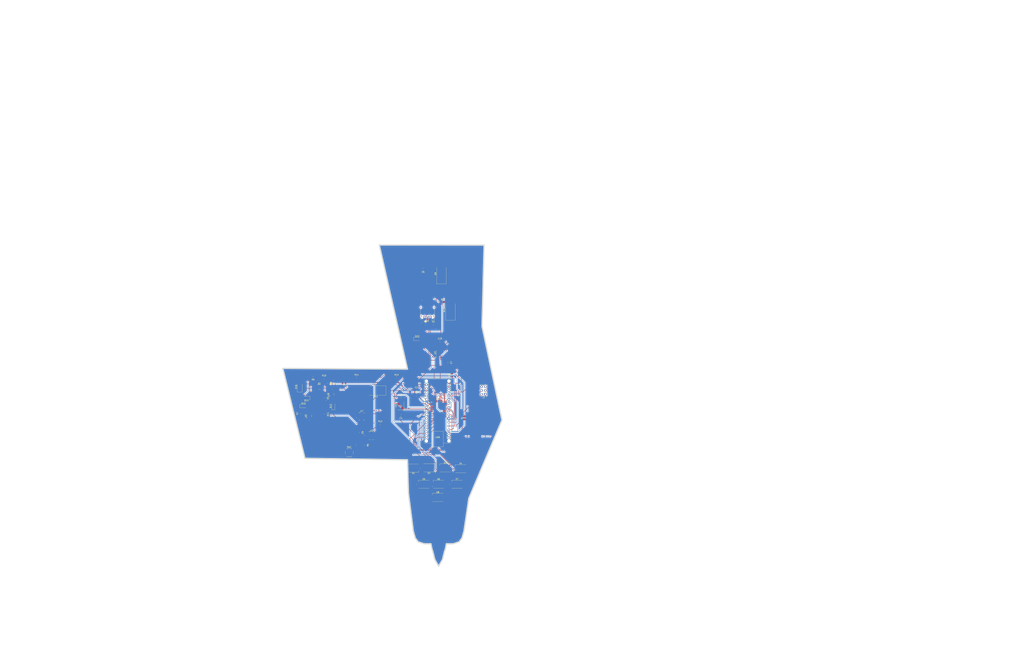
<source format=kicad_pcb>
(kicad_pcb (version 20240108) (generator "pcbnew") (generator_version "8.0")
  (layers (0 "F.Cu" signal) (31 "B.Cu" signal) (34 "B.Paste" user) (35 "F.Paste" user) (36 "B.SilkS" user "B.Silkscreen") (37 "F.SilkS" user "F.Silkscreen") (38 "B.Mask" user) (39 "F.Mask" user) (44 "Edge.Cuts" user))
  (net 0 "")
  (net 1 "VCC")
  (net 2 "Net-(U1-XTAL1{slash}PB6)")
  (net 3 "GND")
  (net 4 "Net-(U1-XTAL2{slash}PB7)")
  (net 5 "D12")
  (net 6 "D13")
  (net 7 "/RESET")
  (net 8 "D11")
  (net 9 "D0")
  (net 10 "A4")
  (net 11 "D5")
  (net 12 "D7")
  (net 13 "A2")
  (net 14 "D9")
  (net 15 "D2")
  (net 16 "A1")
  (net 17 "A0")
  (net 18 "A7")
  (net 19 "D1")
  (net 20 "D8")
  (net 21 "A5")
  (net 22 "A3")
  (net 23 "D4")
  (net 24 "D6")
  (net 25 "A6")
  (net 26 "D10")
  (net 27 "D3")
  (net 28 "AREF")
  (net 29 "Net-(U3-~{RTS})")
  (net 30 "VS")
  (net 31 "VDD")
  (net 48 "VBUS")
  (net 49 "Net-(D10-A)")
  (net 50 "Net-(D11-A)")
  (net 51 "Net-(J2-CC2)")
  (net 52 "/UD+")
  (net 57 "/UD-")
  (net 60 "Net-(J2-CC1)")
  (net 61 "Net-(U2-~{CS})")
  (net 70 "Vdrive")
  (net 71 "/USB_P")
  (net 72 "Net-(D14-A)")
  (net 73 "Net-(D14-K)")
  (net 74 "Net-(D15-K)")
  (net 75 "+BATT")
  (net 76 "Net-(U5-PROG)")
  (net 77 "Net-(U7-CSB-Pad4)")
  (footprint "Connector_USB:USB_C_Receptacle_Amphenol_12401548E4-2A" (layer "F.Cu") (at 157.5 64 180)
    (property "Reference" "J2")
    (property "Value" "USB_C_Receptacle_USB2.0_16P" (hide yes))
  )
  (footprint "Resistor_SMD:R_0805_2012Metric_Pad1.20x1.40mm_HandSolder" (layer "F.Cu") (at 125.5 140)
    (property "Reference" "R12")
    (property "Value" "4.7k")
  )
  (footprint "Capacitor_SMD:C_0805_2012Metric_Pad1.18x1.45mm_HandSolder" (layer "F.Cu") (at 173.9625 107 90)
    (property "Reference" "C8")
    (property "Value" "1 uF")
  )
  (footprint "LED_SMD:LED_WS2812_PLCC6_5.0x5.0mm_P1.6mm" (layer "F.Cu") (at 169.5 169.9)
    (property "Reference" "D3")
    (property "Value" "NeoPixel_THT")
  )
  (footprint "Diode_SMD:D_SMC_Handsoldering" (layer "F.Cu") (at 122.5 117.5 180)
    (property "Reference" "D11")
    (property "Value" "GREEN")
  )
  (footprint "Diode_SMD:D_1206_3216Metric_Pad1.42x1.75mm_HandSolder" (layer "F.Cu") (at 150.5125 82.5)
    (property "Reference" "D13")
    (property "Value" "LED")
  )
  (footprint "LED_SMD:LED_WS2812_PLCC6_5.0x5.0mm_P1.6mm" (layer "F.Cu") (at 180.05 170.4)
    (property "Reference" "D4")
    (property "Value" "NeoPixel_THT")
  )
  (footprint "Capacitor_SMD:C_0805_2012Metric_Pad1.18x1.45mm_HandSolder" (layer "F.Cu") (at 88.5 122.5 -90)
    (property "Reference" "C5")
    (property "Value" "1 uF")
  )
  (footprint "LED_SMD:LED_WS2812_PLCC6_5.0x5.0mm_P1.6mm" (layer "F.Cu") (at 158.5 169.9 180)
    (property "Reference" "D2")
    (property "Value" "NeoPixel_THT")
  )
  (footprint "Diode_SMD:D_SMC_Handsoldering" (layer "F.Cu") (at 167 38.4 90)
    (property "Reference" "D9")
    (property "Value" "C8678")
  )
  (footprint "Crystal:Crystal_SMD_3225-4Pin_3.2x2.5mm_HandSoldering" (layer "F.Cu") (at 139.35 127.95 90)
    (property "Reference" "Y1")
    (property "Value" "Crystal_GND24")
  )
  (footprint "Capacitor_SMD:C_0805_2012Metric_Pad1.18x1.45mm_HandSolder" (layer "F.Cu") (at 139.5375 134.5 180)
    (property "Reference" "C4")
    (property "Value" "12pF")
  )
  (footprint "Resistor_SMD:R_0805_2012Metric_Pad1.20x1.40mm_HandSolder" (layer "F.Cu") (at 182.5 136 90)
    (property "Reference" "R1")
    (property "Value" "100k")
  )
  (footprint "LED_SMD:LED_WS2812_PLCC6_5.0x5.0mm_P1.6mm" (layer "F.Cu") (at 155.05 181)
    (property "Reference" "D5")
    (property "Value" "NeoPixel_THT")
  )
  (footprint "LED_SMD:LED_WS2812_PLCC6_5.0x5.0mm_P1.6mm" (layer "F.Cu") (at 148 170 180)
    (property "Reference" "D1")
    (property "Value" "NeoPixel_THT")
  )
  (footprint "Resistor_SMD:R_0805_2012Metric_Pad1.20x1.40mm_HandSolder" (layer "F.Cu") (at 115.5 154.5 -90)
    (property "Reference" "R6")
    (property "Value" "10k")
  )
  (footprint "Package_QFP:TQFP-32_7x7mm_P0.8mm" (layer "F.Cu") (at 164.5 129)
    (property "Reference" "U1")
    (property "Value" "ATmega328P-A")
  )
  (footprint "Package_LGA:LGA-8_3x5mm_P1.25mm" (layer "F.Cu") (at 113 135)
    (property "Reference" "U7")
    (property "Value" "MS5607-02BA")
  )
  (footprint "Module:Arduino_Nano_WithMountingHoles" (layer "F.Cu") (at 156.76 113.56)
    (property "Reference" "A1")
    (property "Value" "Arduino_Nano_v3.x")
  )
  (footprint "Resistor_SMD:R_0805_2012Metric_Pad1.20x1.40mm_HandSolder" (layer "F.Cu") (at 167.5 57.5)
    (property "Reference" "R5")
    (property "Value" "330R")
  )
  (footprint "Resistor_SMD:R_0805_2012Metric_Pad1.20x1.40mm_HandSolder" (layer "F.Cu") (at 71 133 90)
    (property "Reference" "R7")
    (property "Value" "1k5")
  )
  (footprint "Button_Switch_SMD:SW_Push_1P1T_XKB_TS-1187A" (layer "F.Cu") (at 104.5 159.5)
    (property "Reference" "SW1")
    (property "Value" "SW_SPST")
  )
  (footprint "Capacitor_SMD:C_0805_2012Metric_Pad1.18x1.45mm_HandSolder" (layer "F.Cu") (at 139.5 122)
    (property "Reference" "C3")
    (property "Value" "12pF")
  )
  (footprint "Package_TO_SOT_SMD:TSOT-23-5" (layer "F.Cu") (at 77.45 134.6375 90)
    (property "Reference" "U5")
    (property "Value" "TP4057")
  )
  (footprint "Resistor_SMD:R_0805_2012Metric_Pad1.20x1.40mm_HandSolder" (layer "F.Cu") (at 156 72.5)
    (property "Reference" "R3")
    (property "Value" "5k1")
  )
  (footprint "Resistor_SMD:R_0805_2012Metric_Pad1.20x1.40mm_HandSolder" (layer "F.Cu") (at 161.5 72.5)
    (property "Reference" "R2")
    (property "Value" "5k1")
  )
  (footprint "Diode_SMD:D_1206_3216Metric_Pad1.42x1.75mm_HandSolder" (layer "F.Cu") (at 93.72 128.0125 90)
    (property "Reference" "D12")
    (property "Value" "LED")
  )
  (footprint "Diode_SMD:D_SMC_Handsoldering" (layer "F.Cu") (at 173 63 90)
    (property "Reference" "D10")
    (property "Value" "YELLOW")
  )
  (footprint "LED_SMD:LED_WS2812_PLCC6_5.0x5.0mm_P1.6mm" (layer "F.Cu") (at 165 181)
    (property "Reference" "D6")
    (property "Value" "NeoPixel_THT")
  )
  (footprint "Capacitor_SMD:C_0805_2012Metric_Pad1.18x1.45mm_HandSolder" (layer "F.Cu") (at 94 111 180)
    (property "Reference" "C11")
    (property "Value" "1 uF")
  )
  (footprint "Resistor_SMD:R_0805_2012Metric_Pad1.20x1.40mm_HandSolder" (layer "F.Cu") (at 80 108.5 180)
    (property "Reference" "R9")
    (property "Value" "1k")
  )
  (footprint "Capacitor_SMD:C_0805_2012Metric_Pad1.18x1.45mm_HandSolder" (layer "F.Cu") (at 149.9625 117)
    (property "Reference" "C1")
    (property "Value" "100 nF")
  )
  (footprint "Package_SO:SOP-8_3.9x4.9mm_P1.27mm" (layer "F.Cu") (at 166 92 90)
    (property "Reference" "U3")
    (property "Value" "CH340N")
  )
  (footprint "LED_SMD:LED_WS2812_PLCC6_5.0x5.0mm_P1.6mm" (layer "F.Cu") (at 164.5 189.9)
    (property "Reference" "D8")
    (property "Value" "NeoPixel_THT")
  )
  (footprint "Capacitor_SMD:C_0805_2012Metric_Pad1.18x1.45mm_HandSolder" (layer "F.Cu") (at 150 120.5)
    (property "Reference" "C2")
    (property "Value" "100 nF")
  )
  (footprint "Resistor_SMD:R_0805_2012Metric_Pad1.20x1.40mm_HandSolder" (layer "F.Cu") (at 88.5 133.5 -90)
    (property "Reference" "R11")
    (property "Value" "4.7k")
  )
  (footprint "Connector_PinHeader_2.54mm:PinHeader_2x03_P2.54mm_Vertical" (layer "F.Cu") (at 196.725 119.975 180)
    (property "Reference" "J1")
    (property "Value" "Conn_02x03_Odd_Even")
  )
  (footprint "Resistor_SMD:R_0805_2012Metric_Pad1.20x1.40mm_HandSolder" (layer "F.Cu") (at 90.5 112.5 -90)
    (property "Reference" "R8")
    (property "Value" "4k7")
  )
  (footprint "Diode_SMD:D_1206_3216Metric_Pad1.42x1.75mm_HandSolder" (layer "F.Cu") (at 75.5 122.5 180)
    (property "Reference" "D14")
    (property "Value" "RED")
  )
  (footprint "LED_SMD:LED_WS2812_PLCC6_5.0x5.0mm_P1.6mm" (layer "F.Cu") (at 177.55 180.9)
    (property "Reference" "D7")
    (property "Value" "NeoPixel_THT")
  )
  (footprint "Resistor_SMD:R_0805_2012Metric_Pad1.20x1.40mm_HandSolder" (layer "F.Cu") (at 101 112 180)
    (property "Reference" "R4")
    (property "Value" "330R")
  )
  (footprint "Package_TO_SOT_SMD:SOT-23-3" (layer "F.Cu") (at 92.6375 120.05 90)
    (property "Reference" "U6")
    (property "Value" "XC6206PxxxMR")
  )
  (footprint "Capacitor_SMD:C_0805_2012Metric_Pad1.18x1.45mm_HandSolder" (layer "F.Cu") (at 112 146 -90)
    (property "Reference" "C9")
    (property "Value" "0.1 uF")
  )
  (footprint "Diode_SMD:D_1206_3216Metric_Pad1.42x1.75mm_HandSolder" (layer "F.Cu") (at 73.5 128)
    (property "Reference" "D15")
    (property "Value" "GREEN")
  )
  (footprint "Resistor_SMD:R_0805_2012Metric_Pad1.20x1.40mm_HandSolder" (layer "F.Cu") (at 87.5 109)
    (property "Reference" "R10")
    (property "Value" "10k")
  )
  (footprint "Package_LGA:LGA-14_3x5mm_P0.8mm_LayoutBorder1x6y" (layer "F.Cu") (at 119.5 148.1)
    (property "Reference" "U2")
    (property "Value" "ADXL343")
  )
  (footprint "Diode_SMD:D_SMA" (layer "F.Cu") (at 71 115 90)
    (property "Reference" "D16")
    (property "Value" "C8678")
  )
  (footprint "Capacitor_SMD:C_0805_2012Metric_Pad1.18x1.45mm_HandSolder" (layer "F.Cu") (at 154.5 35.5 180)
    (property "Reference" "C6")
    (property "Value" "100 nF")
  )
  (footprint "Resistor_SMD:R_0805_2012Metric_Pad1.20x1.40mm_HandSolder" (layer "F.Cu") (at 109.5 108.5)
    (property "Reference" "R14")
    (property "Value" "1k")
  )
  (footprint "Capacitor_SMD:C_0805_2012Metric_Pad1.18x1.45mm_HandSolder" (layer "F.Cu") (at 166 84)
    (property "Reference" "C10")
    (property "Value" "100 nF")
  )
  (footprint "Package_TO_SOT_SMD:SOT-23" (layer "F.Cu") (at 84.4375 115.05)
    (property "Reference" "Q1")
    (property "Value" "AO3401A")
  )
  (footprint "Capacitor_SMD:C_0805_2012Metric_Pad1.18x1.45mm_HandSolder" (layer "F.Cu") (at 172 98.5 -90)
    (property "Reference" "C7")
    (property "Value" "100 nF")
  )
  (footprint "Resistor_SMD:R_0805_2012Metric_Pad1.20x1.40mm_HandSolder" (layer "F.Cu") (at 136.5 108.5)
    (property "Reference" "R13")
    (property "Value" "1k")
  )
  (gr_poly (pts (xy 194.5 74) (xy 208 137.5) (xy 185.575516 190.434726) (xy 182.26823 212.731617) (xy 180.945332 217.36182) (xy 178.960926 220.007656) (xy 174.992191 221.330555) (xy 170.361969 221.330555) (xy 169.700539 224.637859) (xy 169.039051 226.622226) (xy 167.716152 231.913936) (xy 165.070316 236.544101) (xy 162.42448 231.913936) (xy 161.101563 226.622226) (xy 160.440094 224.637859) (xy 159.778664 221.330555) (xy 155.148441 221.330555) (xy 151.179688 220.007656) (xy 149.19532 217.36182) (xy 147.872402 212.731617) (xy 144.565098 186.934726) (xy 143.903648 164.44516) (xy 74.481779 163.44516) (xy 59.466156 102.429542) (xy 143.903648 102.929542) (xy 124.820587 18.891256) (xy 195.895267 18.9559)) (stroke (width 0.6) (color 0 20 170 1)) (fill none) (layer "Edge.Cuts"))
  (segment (start 126.5 140) (end 126.5 150.5) (width 0.3) (layer "F.Cu") (net 1))
  (segment (start 166.5 78.5) (end 164.9625 80.0375) (width 0.3) (layer "F.Cu") (net 1))
  (segment (start 161.55 130.2) (end 160.25 130.2) (width 0.5) (layer "F.Cu") (net 1))
  (segment (start 109.625 161.375) (end 115.5 155.5) (width 0.3) (layer "F.Cu") (net 1))
  (segment (start 88.5 131.5) (end 90 130) (width 0.3) (layer "F.Cu") (net 1))
  (segment (start 147 117) (end 146.5 116.5) (width 0.5) (layer "F.Cu") (net 1))
  (segment (start 151.0375 121.0375) (end 153 123) (width 0.5) (layer "F.Cu") (net 1))
  (segment (start 162 129.75) (end 161.55 130.2) (width 0.5) (layer "F.Cu") (net 1))
  (segment (start 115.5 155.5) (end 90 130) (width 0.3) (layer "F.Cu") (net 1))
  (segment (start 90 130) (end 90 127) (width 0.3) (layer "F.Cu") (net 1))
  (segment (start 88.5 132.5) (end 88.5 131.5) (width 0.3) (layer "F.Cu") (net 1))
  (segment (start 97.775 117) (end 98.5 117) (width 0.3) (layer "F.Cu") (net 1))
  (segment (start 126.5 133.5) (end 126.5 140) (width 0.3) (layer "F.Cu") (net 1))
  (segment (start 102 114) (end 102 112) (width 0.3) (layer "F.Cu") (net 1))
  (segment (start 170 135.25) (end 169.25 136) (width 0.3) (layer "F.Cu") (net 1))
  (segment (start 182.5 134) (end 181.33 132.83) (width 0.3) (layer "F.Cu") (net 1))
  (segment (start 168.75 131) (end 169.85 131) (width 0.3) (layer "F.Cu") (net 1))
  (segment (start 162 129.05) (end 162 129.75) (width 0.5) (layer "F.Cu") (net 1))
  (segment (start 105.5 108.5) (end 102 112) (width 0.3) (layer "F.Cu") (net 1))
  (segment (start 155.5375 53.9625) (end 155.5 54) (width 0.3) (layer "F.Cu") (net 1))
  (segment (start 148.925 117) (end 151 117) (width 0.5) (layer "F.Cu") (net 1))
  (segment (start 164.095 91.405) (end 160.5 95) (width 0.3) (layer "F.Cu") (net 1))
  (segment (start 164.9625 80.0375) (end 164.9625 84) (width 0.3) (layer "F.Cu") (net 1))
  (segment (start 93.5875 123.4125) (end 93.5875 121.1875) (width 0.3) (layer "F.Cu") (net 1))
  (segment (start 108.5 108.5) (end 105.5 108.5) (width 0.3) (layer "F.Cu") (net 1))
  (segment (start 164.9625 84) (end 164.095 84.8675) (width 0.3) (layer "F.Cu") (net 1))
  (segment (start 95.0375 115.0375) (end 97.3875 117.3875) (width 0.3) (layer "F.Cu") (net 1))
  (segment (start 170 131.15) (end 170 135.25) (width 0.3) (layer "F.Cu") (net 1))
  (segment (start 160.5 54) (end 162 55.5) (width 0.3) (layer "F.Cu") (net 1))
  (segment (start 125.5 132.5) (end 126.5 133.5) (width 0.3) (layer "F.Cu") (net 1))
  (segment (start 97.3875 117.3875) (end 97.775 117) (width 0.3) (layer "F.Cu") (net 1))
  (segment (start 135.5 108.5) (end 135.5 110) (width 0.3) (layer "F.Cu") (net 1))
  (segment (start 161.55 128.6) (end 162 129.05) (width 0.5) (layer "F.Cu") (net 1))
  (segment (start 95.0375 111) (end 95.0375 115.0375) (width 0.3) (layer "F.Cu") (net 1))
  (segment (start 151.5 116.5) (end 151 117) (width 0.3) (layer "F.Cu") (net 1))
  (segment (start 181 146) (end 180 146) (width 0.3) (layer "F.Cu") (net 1))
  (segment (start 151.0375 120.5) (end 148.9625 120.5) (width 0.5) (layer "F.Cu") (net 1))
  (segment (start 169.25 136) (end 169.25 145.5) (width 0.3) (layer "F.Cu") (net 1))
  (segment (start 148.925 117) (end 148.925 120.4625) (width 0.5) (layer "F.Cu") (net 1))
  (segment (start 159 103) (end 152 110) (width 0.3) (layer "F.Cu") (net 1))
  (segment (start 181.33 132.83) (end 181 133.16) (width 0.3) (layer "F.Cu") (net 1))
  (segment (start 135.5 110) (end 137.5 112) (width 0.3) (layer "F.Cu") (net 1))
  (segment (start 113.95 131) (end 123 131) (width 0.3) (layer "F.Cu") (net 1))
  (segment (start 103 115) (end 102 114) (width 0.3) (layer "F.Cu") (net 1))
  (segment (start 152 110) (end 152 112.5) (width 0.3) (layer "F.Cu") (net 1))
  (segment (start 93.5875 121.1875) (end 97.3875 117.3875) (width 0.3) (layer "F.Cu") (net 1))
  (segment (start 182.5 135) (end 182.5 134) (width 0.3) (layer "F.Cu") (net 1))
  (segment (start 166.5 57.5) (end 166.5 78.5) (width 0.3) (layer "F.Cu") (net 1))
  (segment (start 148.925 117) (end 147 117) (width 0.5) (layer "F.Cu") (net 1))
  (segment (start 182.5 135) (end 182.5 137) (width 0.3) (layer "F.Cu") (net 1))
  (segment (start 170.33 146.58) (end 172 146.58) (width 0.3) (layer "F.Cu") (net 1))
  (segment (start 90 127) (end 93.5875 123.4125) (width 0.3) (layer "F.Cu") (net 1))
  (segment (start 111.7 133.25) (end 113.95 131) (width 0.3) (layer "F.Cu") (net 1))
  (segment (start 164.095 89.375) (end 164.095 91.405) (width 0.3) (layer "F.Cu") (net 1))
  (segment (start 125.5 131) (end 125.5 132.5) (width 0.3) (layer "F.Cu") (net 1))
  (segment (start 169.85 131) (end 170 131.15) (width 0.3) (layer "F.Cu") (net 1))
  (segment (start 141 115) (end 138 112) (width 0.5) (layer "F.Cu") (net 1))
  (segment (start 101.5 161.375) (end 107.5 161.375) (width 0.3) (layer "F.Cu") (net 1))
  (segment (start 194.185 119.975) (end 181.33 132.83) (width 0.3) (layer "F.Cu") (net 1))
  (segment (start 181 133.16) (end 181 146) (width 0.3) (layer "F.Cu") (net 1))
  (segment (start 107.5 161.375) (end 109.625 161.375) (width 0.3) (layer "F.Cu") (net 1))
  (segment (start 180 146) (end 179.42 146.58) (width 0.3) (layer "F.Cu") (net 1))
  (segment (start 179.42 146.58) (end 172 146.58) (width 0.3) (layer "F.Cu") (net 1))
  (segment (start 121.5 155.5) (end 115.5 155.5) (width 0.3) (layer "F.Cu") (net 1))
  (segment (start 169.25 145.5) (end 170.33 146.58) (width 0.3) (layer "F.Cu") (net 1))
  (segment (start 160.25 128.6) (end 161.55 128.6) (width 0.5) (layer "F.Cu") (net 1))
  (segment (start 155.5375 35.5) (end 155.5375 53.9625) (width 0.3) (layer "F.Cu") (net 1))
  (segment (start 153 116.5) (end 151.5 116.5) (width 0.3) (layer "F.Cu") (net 1))
  (segment (start 126.5 150.5) (end 121.5 155.5) (width 0.3) (layer "F.Cu") (net 1))
  (segment (start 155.5 54) (end 160.5 54) (width 0.3) (layer "F.Cu") (net 1))
  (segment (start 138 112) (end 137.5 112) (width 0.5) (layer "F.Cu") (net 1))
  (segment (start 137.5 112) (end 102 112) (width 0.5) (layer "F.Cu") (net 1))
  (segment (start 165 57.5) (end 166.5 57.5) (width 0.3) (layer "F.Cu") (net 1))
  (segment (start 164.095 84.8675) (end 164.095 89.375) (width 0.3) (layer "F.Cu") (net 1))
  (segment (start 148.925 120.4625) (end 148.9625 120.5) (width 0.5) (layer "F.Cu") (net 1))
  (segment (start 151.0375 120.5) (end 151.0375 121.0375) (width 0.5) (layer "F.Cu") (net 1))
  (via (at 159 103) (size 0.6) (drill 0.3) (layers "F.Cu" "B.Cu") (net 1))
  (via (at 160.25 128.6) (size 0.6) (drill 0.3) (layers "F.Cu" "B.Cu") (net 1))
  (via (at 146.5 116.5) (size 0.6) (drill 0.3) (layers "F.Cu" "B.Cu") (net 1))
  (via (at 153 116.5) (size 0.6) (drill 0.3) (layers "F.Cu" "B.Cu") (net 1))
  (via (at 160.5 95) (size 0.6) (drill 0.3) (layers "F.Cu" "B.Cu") (net 1))
  (via (at 152 112.5) (size 0.6) (drill 0.3) (layers "F.Cu" "B.Cu") (net 1))
  (via (at 165 57.5) (size 0.6) (drill 0.3) (layers "F.Cu" "B.Cu") (net 1))
  (via (at 98.5 117) (size 0.6) (drill 0.3) (layers "F.Cu" "B.Cu") (net 1))
  (via (at 162 55.5) (size 0.6) (drill 0.3) (layers "F.Cu" "B.Cu") (net 1))
  (via (at 153 123) (size 0.6) (drill 0.3) (layers "F.Cu" "B.Cu") (net 1))
  (via (at 141 115) (size 0.6) (drill 0.3) (layers "F.Cu" "B.Cu") (net 1))
  (via (at 123 131) (size 0.6) (drill 0.3) (layers "F.Cu" "B.Cu") (net 1))
  (via (at 103 115) (size 0.6) (drill 0.3) (layers "F.Cu" "B.Cu") (net 1))
  (via (at 125.5 131) (size 0.6) (drill 0.3) (layers "F.Cu" "B.Cu") (net 1))
  (segment (start 152 115.5) (end 153 116.5) (width 0.3) (layer "B.Cu") (net 1))
  (segment (start 98.5 117) (end 101 117) (width 0.3) (layer "B.Cu") (net 1))
  (segment (start 146.5 116.5) (end 142.5 116.5) (width 0.5) (layer "B.Cu") (net 1))
  (segment (start 155.01 125.01) (end 157.277767 125.01) (width 0.5) (layer "B.Cu") (net 1))
  (segment (start 157.277767 125.01) (end 160.25 127.982233) (width 0.5) (layer "B.Cu") (net 1))
  (segment (start 142.5 116.5) (end 141 115) (width 0.5) (layer "B.Cu") (net 1))
  (segment (start 153 123) (end 155.01 125.01) (width 0.5) (layer "B.Cu") (net 1))
  (segment (start 163 55.5) (end 165 57.5) (width 0.3) (layer "B.Cu") (net 1))
  (segment (start 160.5 95) (end 160.5 101.5) (width 0.3) (layer "B.Cu") (net 1))
  (segment (start 123 131) (end 125.5 131) (width 0.3) (layer "B.Cu") (net 1))
  (segment (start 162 55.5) (end 163 55.5) (width 0.3) (layer "B.Cu") (net 1))
  (segment (start 160.25 127.982233) (end 160.25 128.6) (width 0.5) (layer "B.Cu") (net 1))
  (segment (start 160.5 101.5) (end 159 103) (width 0.3) (layer "B.Cu") (net 1))
  (segment (start 152 112.5) (end 152 115.5) (width 0.3) (layer "B.Cu") (net 1))
  (segment (start 101 117) (end 103 115) (width 0.3) (layer "B.Cu") (net 1))
  (segment (start 136.5 126.5) (end 136 126) (width 0.3) (layer "F.Cu") (net 2))
  (segment (start 138.2 122.2625) (end 138.4625 122) (width 0.3) (layer "F.Cu") (net 2))
  (segment (start 138.2 126.5) (end 136.5 126.5) (width 0.3) (layer "F.Cu") (net 2))
  (segment (start 138.2 126.5) (end 138.2 122.2625) (width 0.3) (layer "F.Cu") (net 2))
  (via (at 160.25 131) (size 0.6) (drill 0.3) (layers "F.Cu" "B.Cu") (net 2))
  (via (at 136 126) (size 0.6) (drill 0.3) (layers "F.Cu" "B.Cu") (net 2))
  (segment (start 136 126) (end 137 126) (width 0.3) (layer "B.Cu") (net 2))
  (segment (start 141.19 130.19) (end 159.44 130.19) (width 0.3) (layer "B.Cu") (net 2))
  (segment (start 137 126) (end 141.19 130.19) (width 0.3) (layer "B.Cu") (net 2))
  (segment (start 159.44 130.19) (end 160.25 131) (width 0.3) (layer "B.Cu") (net 2))
  (segment (start 140.5 126.65) (end 138.2 128.95) (width 0.3) (layer "F.Cu") (net 3))
  (segment (start 167.0375 82.0375) (end 166.5 81.5) (width 0.3) (layer "F.Cu") (net 3))
  (segment (start 160.25 69.02) (end 160.25 69.6) (width 0.3) (layer "F.Cu") (net 3))
  (segment (start 138.2 128.95) (end 138.2 129.4) (width 0.3) (layer "F.Cu") (net 3))
  (segment (start 91.6875 121.1875) (end 91.6875 121.3125) (width 0.3) (layer "F.Cu") (net 3))
  (segment (start 140.5375 122) (end 140.5375 126.4625) (width 0.3) (layer "F.Cu") (net 3))
  (segment (start 77.45 137.45) (end 77.5 137.5) (width 0.3) (layer "F.Cu") (net 3))
  (segment (start 169.75 128.6) (end 169.85 128.5) (width 0.3) (layer "F.Cu") (net 3))
  (segment (start 76.5 137.5) (end 77.5 137.5) (width 0.3) (layer "F.Cu") (net 3))
  (segment (start 138.5 135) (end 140 136.5) (width 0.3) (layer "F.Cu") (net 3))
  (segment (start 167.05 169.9) (end 164.6 169.9) (width 0.3) (layer "F.Cu") (net 3))
  (segment (start 166.635 96.635) (end 167 97) (width 0.3) (layer "F.Cu") (net 3))
  (segment (start 107.5 157.625) (end 107.5 156) (width 0.3) (layer "F.Cu") (net 3))
  (segment (start 138.5 134.5) (end 138.5 129.7) (width 0.3) (layer "F.Cu") (net 3))
  (segment (start 115 147.0375) (end 118.3625 147.0375) (width 0.3) (layer "F.Cu") (net 3))
  (segment (start 173.9625 108.4625) (end 175 109.5) (width 0.3) (layer "F.Cu") (net 3))
  (segment (start 150.45 170) (end 152.5 170) (width 0.3) (layer "F.Cu") (net 3))
  (segment (start 158.6 129.4) (end 158.5 129.5) (width 0.3) (layer "F.Cu") (net 3))
  (segment (start 77.45 136.275) (end 77.45 137.45) (width 0.3) (layer "F.Cu") (net 3))
  (segment (start 138.5 129.7) (end 138.2 129.4) (width 0.3) (layer "F.Cu") (net 3))
  (segment (start 141.5 122) (end 142 122.5) (width 0.3) (layer "F.Cu") (net 3))
  (segment (start 138.5 134.5) (end 138.5 135) (width 0.3) (layer "F.Cu") (net 3))
  (segment (start 111.7 135.75) (end 109.75 135.75) (width 0.3) (layer "F.Cu") (net 3))
  (segment (start 164.6 169.9) (end 164 170.5) (width 0.3) (layer "F.Cu") (net 3))
  (segment (start 160.95 169.9) (end 160.7 169.9) (width 0.3) (layer "F.Cu") (net 3))
  (segment (start 162.55 181) (end 162.3 181) (width 0.3) (layer "F.Cu") (net 3))
  (segment (start 160.25 129.4) (end 158.6 129.4) (width 0.3) (layer "F.Cu") (net 3))
  (segment (start 154.5 72.5) (end 153.5 71.5) (width 0.3) (layer "F.Cu") (net 3))
  (segment (start 154.68 121.18) (end 154 120.5) (width 0.3) (layer "F.Cu") (net 3))
  (segment (start 152.6 181) (end 150 181) (width 0.3) (layer "F.Cu") (net 3))
  (segment (start 160.25 69.6) (end 160.5 69.85) (width 0.3) (layer "F.Cu") (net 3))
  (segment (start 161 182.3) (end 161 182.5) (width 0.3) (layer "F.Cu") (net 3))
  (segment (start 168.75 128.6) (end 169.75 128.6) (width 0.3) (layer "F.Cu") (net 3))
  (segment (start 175.1 180.9) (end 172.6 180.9) (width 0.3) (layer "F.Cu") (net 3))
  (segment (start 71 132) (end 76.5 137.5) (width 0.3) (layer "F.Cu") (net 3))
  (segment (start 140.5375 122) (end 141.5 122) (width 0.3) (layer "F.Cu") (net 3))
  (segment (start 115 147.0375) (end 115 148) (width 0.3) (layer "F.Cu") (net 3))
  (segment (start 162.5 72.5) (end 162.5 75) (width 0.3) (layer "F.Cu") (net 3))
  (segment (start 118.3625 147.0375) (end 118.5 146.9) (width 0.3) (layer "F.Cu") (net 3))
  (segment (start 162.3 181) (end 161 182.3) (width 0.3) (layer "F.Cu") (net 3))
  (segment (start 162.5 75) (end 163 75.5) (width 0.3) (layer "F.Cu") (net 3))
  (segment (start 101.5 157.625) (end 107.5 157.625) (width 0.3) (layer "F.Cu") (net 3))
  (segment (start 166.635 94.625) (end 166.635 96.635) (width 0.3) (layer "F.Cu") (net 3))
  (segment (start 153.425 54) (end 153.425 55.925) (width 0.3) (layer "F.Cu") (net 3))
  (segment (start 91.6875 121.3125) (end 90 123) (width 0.3) (layer "F.Cu") (net 3))
  (segment (start 140.5 126.5) (end 140.5 126.65) (width 0.3) (layer "F.Cu") (net 3))
  (segment (start 109.75 135.75) (end 109.5 136) (width 0.3) (layer "F.Cu") (net 3))
  (segment (start 153.425 55.925) (end 154 56.5) (width 0.3) (layer "F.Cu") (net 3))
  (segment (start 92.9625 111) (end 92.9625 116.4625) (width 0.3) (layer "F.Cu") (net 3))
  (segment (start 88.5 123.5375) (end 88.5375 123.5375) (width 0.3) (layer "F.Cu") (net 3))
  (segment (start 153.4625 53.9625) (end 153.425 54) (width 0.3) (layer "F.Cu") (net 3))
  (segment (start 88.5 109) (end 90.9625 109) (width 0.3) (layer "F.Cu") (net 3))
  (segment (start 172.6 180.9) (end 172.5 181) (width 0.3) (layer "F.Cu") (net 3))
  (segment (start 177.6 170.4) (end 174.6 170.4) (width 0.3) (layer "F.Cu") (net 3))
  (segment (start 156.76 121.18) (end 154.68 121.18) (width 0.3) (layer "F.Cu") (net 3))
  (segment (start 173.9625 108.0375) (end 173.9625 108.4625) (width 0.3) (layer "F.Cu") (net 3))
  (segment (start 160.7 169.9) (end 158.5 172.1) (width 0.3) (layer "F.Cu") (net 3))
  (segment (start 140.5375 126.4625) (end 140.5 126.5) (width 0.3) (layer "F.Cu") (net 3))
  (segment (start 88.5375 123.5375) (end 89 124) (width 0.3) (layer "F.Cu") (net 3))
  (segment (start 107.5 156) (end 109 154.5) (width 0.3) (layer "F.Cu") (net 3))
  (segment (start 167.0375 84) (end 167.0375 82.0375) (width 0.3) (layer "F.Cu") (net 3))
  (segment (start 90.9625 109) (end 92.9625 111) (width 0.3) (layer "F.Cu") (net 3))
  (segment (start 112 147.0375) (end 115 147.0375) (width 0.3) (layer "F.Cu") (net 3))
  (segment (start 92.9625 116.4625) (end 93 116.5) (width 0.3) (layer "F.Cu") (net 3))
  (segment (start 158.5 172.1) (end 158.5 173.5) (width 0.3) (layer "F.Cu") (net 3))
  (segment (start 153.4625 35.5) (end 153.4625 53.9625) (width 0.3) (layer "F.Cu") (net 3))
  (segment (start 155 72.5) (end 154.5 72.5) (width 0.3) (layer "F.Cu") (net 3))
  (segment (start 174.6 170.4) (end 174.5 170.5) (width 0.3) (layer "F.Cu") (net 3))
  (via (at 142 122.5) (size 0.6) (drill 0.3) (layers "F.Cu" "B.Cu") (net 3))
  (via (at 109.5 136) (size 0.6) (drill 0.3) (layers "F.Cu" "B.Cu") (net 3))
  (via (at 169.85 128.5) (size 0.6) (drill 0.3) (layers "F.Cu" "B.Cu") (net 3))
  (via (at 91.6875 121.1875) (size 0.6) (drill 0.3) (layers "F.Cu" "B.Cu") (net 3))
  (via (at 140 136.5) (size 0.6) (drill 0.3) (layers "F.Cu" "B.Cu") (net 3))
  (via (at 164 170.5) (size 0.6) (drill 0.3) (layers "F.Cu" "B.Cu") (net 3))
  (via (at 153.5 71.5) (size 0.6) (drill 0.3) (layers "F.Cu" "B.Cu") (net 3))
  (via (at 166.5 81.5) (size 0.6) (drill 0.3) (layers "F.Cu" "B.Cu") (net 3))
  (via (at 93 116.5) (size 0.6) (drill 0.3) (layers "F.Cu" "B.Cu") (net 3))
  (via (at 109 154.5) (size 0.6) (drill 0.3) (layers "F.Cu" "B.Cu") (net 3))
  (via (at 172.5 181) (size 0.6) (drill 0.3) (layers "F.Cu" "B.Cu") (net 3))
  (via (at 89 124) (size 0.6) (drill 0.3) (layers "F.Cu" "B.Cu") (net 3))
  (via (at 174.5 170.5) (size 0.6) (drill 0.3) (layers "F.Cu" "B.Cu") (net 3))
  (via (at 163 75.5) (size 0.6) (drill 0.3) (layers "F.Cu" "B.Cu") (net 3))
  (via (at 77.5 137.5) (size 0.6) (drill 0.3) (layers "F.Cu" "B.Cu") (net 3))
  (via (at 115 148) (size 0.6) (drill 0.3) (layers "F.Cu" "B.Cu") (net 3))
  (via (at 161 182.5) (size 0.6) (drill 0.3) (layers "F.Cu" "B.Cu") (net 3))
  (via (at 158.5 129.5) (size 0.6) (drill 0.3) (layers "F.Cu" "B.Cu") (net 3))
  (via (at 154 56.5) (size 0.6) (drill 0.3) (layers "F.Cu" "B.Cu") (net 3))
  (via (at 152.5 170) (size 0.6) (drill 0.3) (layers "F.Cu" "B.Cu") (net 3))
  (via (at 90 123) (size 0.6) (drill 0.3) (layers "F.Cu" "B.Cu") (net 3))
  (via (at 154 120.5) (size 0.6) (drill 0.3) (layers "F.Cu" "B.Cu") (net 3))
  (via (at 160.5 69.85) (size 0.6) (drill 0.3) (layers "F.Cu" "B.Cu") (net 3))
  (via (at 150 181) (size 0.6) (drill 0.3) (layers "F.Cu" "B.Cu") (net 3))
  (via (at 167 97) (size 0.6) (drill 0.3) (layers "F.Cu" "B.Cu") (net 3))
  (via (at 175 109.5) (size 0.6) (drill 0.3) (layers "F.Cu" "B.Cu") (net 3))
  (via (at 158.5 173.5) (size 0.6) (drill 0.3) (layers "F.Cu" "B.Cu") (net 3))
  (segment (start 93 116.5) (end 93 119.875) (width 0.3) (layer "B.Cu") (net 3))
  (segment (start 140 136.5) (end 141.5 136.5) (width 0.3) (layer "B.Cu") (net 3))
  (segment (start 164 170.5) (end 164 172) (width 0.3) (layer "B.Cu") (net 3))
  (segment (start 109.5 136) (end 109 136) (width 0.3) (layer "B.Cu") (net 3))
  (segment (start 77.5 137.5) (end 77.5 138.5) (width 0.3) (layer "B.Cu") (net 3))
  (segment (start 93 119.875) (end 91.6875 121.1875) (width 0.3) (layer "B.Cu") (net 3))
  (segment (start 163 75.5) (end 163 76) (width 0.3) (layer "B.Cu") (net 3))
  (segment (start 158.5 173.5) (end 158.5 174.5) (width 0.3) (layer "B.Cu") (net 3))
  (segment (start 154 56.5) (end 155 56.5) (width 0.3) (layer "B.Cu") (net 3))
  (segment (start 90 123) (end 89 124) (width 0.3) (layer "B.Cu") (net 3))
  (segment (start 152.5 170.5) (end 153 171) (width 0.3) (layer "B.Cu") (net 3))
  (segment (start 163 76) (end 163.5 76.5) (width 0.3) (layer "B.Cu") (net 3))
  (segment (start 109 136) (end 108.5 136.5) (width 0.3) (layer "B.Cu") (net 3))
  (segment (start 154.5 120) (end 154.5 119.5) (width 0.3) (layer "B.Cu") (net 3))
  (segment (start 167 97.5) (end 167.5 98) (width 0.3) (layer "B.Cu") (net 3))
  (segment (start 154 120.5) (end 154.5 120) (width 0.3) (layer "B.Cu") (net 3))
  (segment (start 166.5 81.5) (end 167 81) (width 0.3) (layer "B.Cu") (net 3))
  (segment (start 152.5 170) (end 152.5 170.5) (width 0.3) (layer "B.Cu") (net 3))
  (segment (start 160.5 69.85) (end 160.5 70.5) (width 0.3) (layer "B.Cu") (net 3))
  (segment (start 153.5 71.5) (end 154 71) (width 0.3) (layer "B.Cu") (net 3))
  (segment (start 160.5 70.5) (end 161 71) (width 0.3) (layer "B.Cu") (net 3))
  (segment (start 157.325 130.05) (end 159.075 131.8) (width 0.5) (layer "F.Cu") (net 4))
  (segment (start 141.15 130.05) (end 157.325 130.05) (width 0.5) (layer "F.Cu") (net 4))
  (segment (start 140.575 129.475) (end 140.5 129.4) (width 0.3) (layer "F.Cu") (net 4))
  (segment (start 140.5 129.4) (end 141.15 130.05) (width 0.5) (layer "F.Cu") (net 4))
  (segment (start 159.075 131.8) (end 160.25 131.8) (width 0.5) (layer "F.Cu") (net 4))
  (segment (start 140.575 134.5) (end 140.575 129.475) (width 0.3) (layer "F.Cu") (net 4))
  (segment (start 167.3 133.25) (end 167.3 138.58) (width 0.3) (layer "F.Cu") (net 5))
  (segment (start 149.5 158) (end 149.5 150.5) (width 0.3) (layer "F.Cu") (net 5))
  (segment (start 196.725 157.775) (end 196.5 158) (width 0.3) (layer "F.Cu") (net 5))
  (segment (start 150.88 149.12) (end 156.76 149.12) (width 0.3) (layer "F.Cu") (net 5))
  (segment (start 196.725 119.975) (end 196.725 157.775) (width 0.3) (layer "F.Cu") (net 5))
  (segment (start 196.5 158) (end 149.5 158) (width 0.3) (layer "F.Cu") (net 5))
  (segment (start 149.5 150.5) (end 150.88 149.12) (width 0.3) (layer "F.Cu") (net 5))
  (segment (start 167.3 138.58) (end 156.76 149.12) (width 0.3) (layer "F.Cu") (net 5))
  (segment (start 183.5 148.5) (end 182.88 149.12) (width 0.3) (layer "F.Cu") (net 6))
  (segment (start 168.75 145.87) (end 172 149.12) (width 0.3) (layer "F.Cu") (net 6))
  (segment (start 196.725 117.435) (end 198.935 117.435) (width 0.3) (layer "F.Cu") (net 6))
  (segment (start 199 117.5) (end 199 118) (width 0.3) (layer "F.Cu") (net 6))
  (segment (start 199 118) (end 200 119) (width 0.3) (layer "F.Cu") (net 6))
  (segment (start 198.935 117.435) (end 199 117.5) (width 0.3) (layer "F.Cu") (net 6))
  (segment (start 168.75 131.8) (end 168.75 145.87) (width 0.3) (layer "F.Cu") (net 6))
  (segment (start 182.88 149.12) (end 172 149.12) (width 0.3) (layer "F.Cu") (net 6))
  (segment (start 200 119) (end 200 148.5) (width 0.3) (layer "F.Cu") (net 6))
  (segment (start 194.5 148.5) (end 185.5 148.5) (width 0.3) (layer "F.Cu") (net 6))
  (via (at 194.5 148.5) (size 0.6) (drill 0.3) (layers "F.Cu" "B.Cu") (net 6))
  (via (at 183.5 148.5) (size 0.6) (drill 0.3) (layers "F.Cu" "B.Cu") (net 6))
  (via (at 200 148.5) (size 0.6) (drill 0.3) (layers "F.Cu" "B.Cu") (net 6))
  (via (at 185.5 148.5) (size 0.6) (drill 0.3) (layers "F.Cu" "B.Cu") (net 6))
  (segment (start 200 148.5) (end 194.5 148.5) (width 0.3) (layer "B.Cu") (net 6))
  (segment (start 185.5 148.5) (end 183.5 148.5) (width 0.3) (layer "B.Cu") (net 6))
  (segment (start 185.5 114.5) (end 181.5 118.5) (width 0.3) (layer "F.Cu") (net 7))
  (segment (start 180.5 118.5) (end 179.5 118.5) (width 0.3) (layer "F.Cu") (net 7))
  (segment (start 200.5 115) (end 200.5 110.5) (width 0.3) (layer "F.Cu") (net 7))
  (segment (start 172 99.5375) (end 180.5 108.0375) (width 0.3) (layer "F.Cu") (net 7))
  (segment (start 181.5 118.5) (end 180.5 118.5) (width 0.3) (layer "F.Cu") (net 7))
  (segment (start 189.5 110.5) (end 185.5 114.5) (width 0.3) (layer "F.Cu") (net 7))
  (segment (start 200.5 110.5) (end 189.5 110.5) (width 0.3) (layer "F.Cu") (net 7))
  (segment (start 200.395 114.895) (end 200.5 115) (width 0.3) (layer "F.Cu") (net 7))
  (segment (start 180.5 108.0375) (end 180.5 118.5) (width 0.3) (layer "F.Cu") (net 7))
  (segment (start 196.725 114.895) (end 200.395 114.895) (width 0.3) (layer "F.Cu") (net 7))
  (via (at 179.5 118.5) (size 0.6) (drill 0.3) (layers "F.Cu" "B.Cu") (net 7))
  (segment (start 179.5 118.5) (end 178.5 118.5) (width 0.3) (layer "B.Cu") (net 7))
  (segment (start 178.5 118.5) (end 178.36 118.64) (width 0.3) (layer "B.Cu") (net 7))
  (segment (start 178.36 118.64) (end 172 118.64) (width 0.3) (layer "B.Cu") (net 7))
  (segment (start 194.185 117.435) (end 184.5 127.12) (width 0.3) (layer "F.Cu") (net 8))
  (segment (start 184.5 131.5) (end 184.5 157) (width 0.3) (layer "F.Cu") (net 8))
  (segment (start 184.5 127.12) (end 184.5 128) (width 0.3) (layer "F.Cu") (net 8))
  (segment (start 150.5 157.5) (end 150.5 151.5) (width 0.3) (layer "F.Cu") (net 8))
  (segment (start 166.5 133.25) (end 166.5 136.84) (width 0.3) (layer "F.Cu") (net 8))
  (segment (start 184 157.5) (end 150.5 157.5) (width 0.3) (layer "F.Cu") (net 8))
  (segment (start 184.5 157) (end 184 157.5) (width 0.3) (layer "F.Cu") (net 8))
  (segment (start 166.5 136.84) (end 156.76 146.58) (width 0.3) (layer "F.Cu") (net 8))
  (segment (start 151.92 146.58) (end 156.76 146.58) (width 0.3) (layer "F.Cu") (net 8))
  (segment (start 150.5 148) (end 151.92 146.58) (width 0.3) (layer "F.Cu") (net 8))
  (via (at 184.5 128) (size 0.6) (drill 0.3) (layers "F.Cu" "B.Cu") (net 8))
  (via (at 184.5 131.5) (size 0.6) (drill 0.3) (layers "F.Cu" "B.Cu") (net 8))
  (via (at 150.5 151.5) (size 0.6) (drill 0.3) (layers "F.Cu" "B.Cu") (net 8))
  (via (at 150.5 148) (size 0.6) (drill 0.3) (layers "F.Cu" "B.Cu") (net 8))
  (segment (start 184.5 128) (end 184.5 131.5) (width 0.3) (layer "B.Cu") (net 8))
  (segment (start 150.5 151.5) (end 150.5 148) (width 0.3) (layer "B.Cu") (net 8))
  (segment (start 163.1 116.1) (end 163.1 115.6) (width 0.3) (layer "F.Cu") (net 9))
  (segment (start 166.635 87.635) (end 166.635 89.375) (width 0.3) (layer "F.Cu") (net 9))
  (segment (start 126.9 117.5) (end 142.5 117.5) (width 0.3) (layer "F.Cu") (net 9))
  (segment (start 93.72 129.5) (end 114.9 129.5) (width 0.3) (layer "F.Cu") (net 9))
  (segment (start 169.5 89) (end 169.5 87.5) (width 0.3) (layer "F.Cu") (net 9))
  (segment (start 163.3 124.75) (end 163.3 116.7) (width 0.3) (layer "F.Cu") (net 9))
  (segment (start 170.5 90.5) (end 170.5 90) (width 0.3) (layer "F.Cu") (net 9))
  (segment (start 166.15 112.55) (end 166.15 100) (width 0.3) (layer "F.Cu") (net 9))
  (segment (start 114.9 129.5) (end 126.9 117.5) (width 0.3) (layer "F.Cu") (net 9))
  (segment (start 166.5 87.5) (end 166.635 87.635) (width 0.3) (layer "F.Cu") (net 9))
  (segment (start 142.5 117.5) (end 145 115) (width 0.3) (layer "F.Cu") (net 9))
  (segment (start 163.1 116.1) (end 156.76 116.1) (width 0.3) (layer "F.Cu") (net 9))
  (segment (start 163.1 115.6) (end 166.15 112.55) (width 0.3) (layer "F.Cu") (net 9))
  (segment (start 169.5 87.5) (end 166.5 87.5) (width 0.3) (layer "F.Cu") (net 9))
  (segment (start 170.5 90) (end 169.5 89) (width 0.3) (layer "F.Cu") (net 9))
  (segment (start 163.5 116.5) (end 163.1 116.1) (width 0.3) (layer "F.Cu") (net 9))
  (segment (start 153 115) (end 154.1 116.1) (width 0.3) (layer "F.Cu") (net 9))
  (segment (start 145 115) (end 153 115) (width 0.3) (layer "F.Cu") (net 9))
  (segment (start 154.1 116.1) (end 156.76 116.1) (width 0.3) (layer "F.Cu") (net 9))
  (segment (start 163.3 116.7) (end 163.5 116.5) (width 0.3) (layer "F.Cu") (net 9))
  (via (at 170.5 90.5) (size 0.6) (drill 0.3) (layers "F.Cu" "B.Cu") (net 9))
  (via (at 166.15 100) (size 0.6) (drill 0.3) (layers "F.Cu" "B.Cu") (net 9))
  (segment (start 166.15 94.85) (end 170.5 90.5) (width 0.3) (layer "B.Cu") (net 9))
  (segment (start 166.15 100) (end 166.15 94.85) (width 0.3) (layer "B.Cu") (net 9))
  (segment (start 109.5 140) (end 120 140) (width 0.3) (layer "F.Cu") (net 10))
  (segment (start 153.5 107) (end 154 106.5) (width 0.3) (layer "F.Cu") (net 10))
  (segment (start 88.5 134.5) (end 92 134.5) (width 0.3) (layer "F.Cu") (net 10))
  (segment (start 119.599999 139.5) (end 120.5 139.5) (width 0.3) (layer "F.Cu") (net 10))
  (segment (start 120 140) (end 120.5 139.5) (width 0.3) (layer "F.Cu") (net 10))
  (segment (start 165.7 124.75) (end 165.7 121.3) (width 0.3) (layer "F.Cu") (net 10))
  (segment (start 128 107) (end 153.5 107) (width 0.3) (layer "F.Cu") (net 10))
  (segment (start 114.599999 134.5) (end 119.599999 139.5) (width 0.3) (layer "F.Cu") (net 10))
  (segment (start 120.5 139.5) (end 121.5 139.5) (width 0.3) (layer "F.Cu") (net 10))
  (segment (start 110.5 108.5) (end 126.5 108.5) (width 0.3) (layer "F.Cu") (net 10))
  (segment (start 176.5 106.5) (end 178.5 108.5) (width 0.3) (layer "F.Cu") (net 10))
  (segment (start 165.7 121.3) (end 166 121) (width 0.3) (layer "F.Cu") (net 10))
  (segment (start 120.5 146.1) (end 120.5 145.5) (width 0.3) (layer "F.Cu") (net 10))
  (segment (start 126.5 108.5) (end 128 107) (width 0.3) (layer "F.Cu") (net 10))
  (segment (start 114 134.5) (end 114.599999 134.5) (width 0.3) (layer "F.Cu") (net 10))
  (segment (start 120.5 145.5) (end 121.5 144.5) (width 0.3) (layer "F.Cu") (net 10))
  (segment (start 178.5 108.5) (end 179 108.5) (width 0.3) (layer "F.Cu") (net 10))
  (via (at 128 107) (size 0.6) (drill 0.3) (layers "F.Cu" "B.Cu") (net 10))
  (via (at 166 121) (size 0.6) (drill 0.3) (layers "F.Cu" "B.Cu") (net 10))
  (via (at 176.5 106.5) (size 0.6) (drill 0.3) (layers "F.Cu" "B.Cu") (net 10))
  (via (at 109.5 140) (size 0.6) (drill 0.3) (layers "F.Cu" "B.Cu") (net 10))
  (via (at 179 108.5) (size 0.6) (drill 0.3) (layers "F.Cu" "B.Cu") (net 10))
  (via (at 121.5 139.5) (size 0.6) (drill 0.3) (layers "F.Cu" "B.Cu") (net 10))
  (via (at 92 134.5) (size 0.6) (drill 0.3) (layers "F.Cu" "B.Cu") (net 10))
  (via (at 154 106.5) (size 0.6) (drill 0.3) (layers "F.Cu" "B.Cu") (net 10))
  (via (at 121.5 144.5) (size 0.6) (drill 0.3) (layers "F.Cu" "B.Cu") (net 10))
  (segment (start 178.207107 145.5) (end 172.546346 145.5) (width 0.3) (layer "B.Cu") (net 10))
  (segment (start 121.5 144.5) (end 121.5 139.5) (width 0.3) (layer "B.Cu") (net 10))
  (segment (start 164 121.5) (end 164 129.5) (width 0.3) (layer "B.Cu") (net 10))
  (segment (start 154 106.5) (end 176.5 106.5) (width 0.3) (layer "B.Cu") (net 10))
  (segment (start 170.35 144.35) (end 170.35 132.99) (width 0.3) (layer "B.Cu") (net 10))
  (segment (start 179 108.5) (end 182.5 112) (width 0.3) (layer "B.Cu") (net 10))
  (segment (start 92 134.5) (end 104 134.5) (width 0.3) (layer "B.Cu") (net 10))
  (segment (start 121.5 113.5) (end 128 107) (width 0.3) (layer "B.Cu") (net 10))
  (segment (start 182.5 141.207107) (end 178.207107 145.5) (width 0.3) (layer "B.Cu") (net 10))
  (segment (start 182.5 112) (end 182.5 141.207107) (width 0.3) (layer "B.Cu") (net 10))
  (segment (start 170.35 132.99) (end 172 131.34) (width 0.3) (layer "B.Cu") (net 10))
  (segment (start 121.5 139.5) (end 121.5 113.5) (width 0.3) (layer "B.Cu") (net 10))
  (segment (start 171.43 145.43) (end 170.35 144.35) (width 0.3) (layer "B.Cu") (net 10))
  (segment (start 166.16 131.34) (end 172 131.34) (width 0.3) (layer "B.Cu") (net 10))
  (segment (start 166 131.5) (end 166.16 131.34) (width 0.3) (layer "B.Cu") (net 10))
  (segment (start 104 134.5) (end 109.5 140) (width 0.3) (layer "B.Cu") (net 10))
  (segment (start 166 121) (end 164.5 121) (width 0.3) (layer "B.Cu") (net 10))
  (segment (start 164 129.5) (end 166 131.5) (width 0.3) (layer "B.Cu") (net 10))
  (segment (start 164.5 121) (end 164 121.5) (width 0.3) (layer "B.Cu") (net 10))
  (segment (start 172.546346 145.5) (end 172.476346 145.43) (width 0.3) (layer "B.Cu") (net 10))
  (segment (start 172.476346 145.43) (end 171.43 145.43) (width 0.3) (layer "B.Cu") (net 10))
  (segment (start 152 136.1) (end 156.76 131.34) (width 0.3) (layer "F.Cu") (net 11))
  (segment (start 167.45 182.6) (end 167.7 182.6) (width 0.3) (layer "F.Cu") (net 11))
  (segment (start 169 176.419239) (end 163 170.419239) (width 0.3) (layer "F.Cu") (net 11))
  (segment (start 163 166.5) (end 156 159.5) (width 0.3) (layer "F.Cu") (net 11))
  (segment (start 163 170) (end 163 166.5) (width 0.3) (layer "F.Cu") (net 11))
  (segment (start 152 141) (end 152 136.1) (width 0.3) (layer "F.Cu") (net 11))
  (segment (start 169 181.3) (end 169 176.419239) (width 0.3) (layer "F.Cu") (net 11))
  (segment (start 167.7 182.6) (end 169 181.3) (width 0.3) (layer "F.Cu") (net 11))
  (segment (start 158.67 133.25) (end 156.76 131.34) (width 0.3) (layer "F.Cu") (net 11))
  (segment (start 161.7 133.25) (end 158.67 133.25) (width 0.3) (layer "F.Cu") (net 11))
  (segment (start 163 170.419239) (end 163 170) (width 0.3) (layer "F.Cu") (net 11))
  (via (at 152 141) (size 0.6) (drill 0.3) (layers "F.Cu" "B.Cu") (net 11))
  (via (at 156 159.5) (size 0.6) (drill 0.3) (layers "F.Cu" "B.Cu") (net 11))
  (segment (start 156 159.5) (end 152 155.5) (width 0.3) (layer "B.Cu") (net 11))
  (segment (start 152 155.5) (end 152 141) (width 0.3) (layer "B.Cu") (net 11))
  (segment (start 164 173) (end 163 172) (width 0.3) (layer "F.Cu") (net 12))
  (segment (start 163.3 133.25) (end 163.3 134.35) (width 0.3) (layer "F.Cu") (net 12))
  (segment (start 167.2 191.5) (end 169.5 189.2) (width 0.3) (layer "F.Cu") (net 12))
  (segment (start 163.3 134.35) (end 161.23 136.42) (width 0.3) (layer "F.Cu") (net 12))
  (segment (start 169.5 189.2) (end 169.5 186.6) (width 0.3) (layer "F.Cu") (net 12))
  (segment (start 161.23 136.42) (end 156.76 136.42) (width 0.3) (layer "F.Cu") (net 12))
  (segment (start 166.95 191.5) (end 167.2 191.5) (width 0.3) (layer "F.Cu") (net 12))
  (segment (start 164 181.1) (end 164 173) (width 0.3) (layer "F.Cu") (net 12))
  (segment (start 169.5 186.6) (end 164 181.1) (width 0.3) (layer "F.Cu") (net 12))
  (via (at 163 172) (size 0.6) (drill 0.3) (layers "F.Cu" "B.Cu") (net 12))
  (segment (start 154.15 137.15) (end 154 137) (width 0.3) (layer "B.Cu") (net 12))
  (segment (start 151.730761 140.35) (end 152.269239 140.35) (width 0.3) (layer "B.Cu") (net 12))
  (segment (start 152.65 140.730761) (end 152.65 150.15) (width 0.3) (layer "B.Cu") (net 12))
  (segment (start 153.15 150.65) (end 153.85 150.65) (width 0.3) (layer "B.Cu") (net 12))
  (segment (start 153.85 150.65) (end 154.15 150.35) (width 0.3) (layer "B.Cu") (net 12))
  (segment (start 155.65 160.15) (end 154.646447 159.146447) (width 0.3) (layer "B.Cu") (net 12))
  (segment (start 154.15 150.35) (end 154.15 137.15) (width 0.3) (layer "B.Cu") (net 12))
  (segment (start 163 172) (end 163 164.080761) (width 0.3) (layer "B.Cu") (net 12))
  (segment (start 154.58 136.42) (end 156.76 136.42) (width 0.3) (layer "B.Cu") (net 12))
  (segment (start 154.646447 159.146447) (end 154.646447 158.853554) (width 0.3) (layer "B.Cu") (net 12))
  (segment (start 151.35 140.730761) (end 151.730761 140.35) (width 0.3) (layer "B.Cu") (net 12))
  (segment (start 151.35 155.557107) (end 151.35 140.730761) (width 0.3) (layer "B.Cu") (net 12))
  (segment (start 154.646447 158.853554) (end 151.35 155.557107) (width 0.3) (layer "B.Cu") (net 12))
  (segment (start 163 164.080761) (end 159.069239 160.15) (width 0.3) (layer "B.Cu") (net 12))
  (segment (start 154 137) (end 154.58 136.42) (width 0.3) (layer "B.Cu") (net 12))
  (segment (start 152.269239 140.35) (end 152.65 140.730761) (width 0.3) (layer "B.Cu") (net 12))
  (segment (start 152.65 150.15) (end 153.15 150.65) (width 0.3) (layer "B.Cu") (net 12))
  (segment (start 159.069239 160.15) (end 155.65 160.15) (width 0.3) (layer "B.Cu") (net 12))
  (segment (start 167.3 122.3) (end 167 122) (width 0.3) (layer "F.Cu") (net 13))
  (segment (start 167.3 124.75) (end 167.3 122.3) (width 0.3) (layer "F.Cu") (net 13))
  (via (at 167 122) (size 0.6) (drill 0.3) (layers "F.Cu" "B.Cu") (net 13))
  (segment (start 175.5 136) (end 175 136) (width 0.3) (layer "B.Cu") (net 13))
  (segment (start 167 122) (end 167.57 122.57) (width 0.3) (layer "B.Cu") (net 13))
  (segment (start 175.5 125.5) (end 175.5 136) (width 0.3) (layer "B.Cu") (net 13))
  (segment (start 172.57 122.57) (end 175.5 125.5) (width 0.3) (layer "B.Cu") (net 13))
  (segment (start 174.58 136.42) (end 172 136.42) (width 0.3) (layer "B.Cu") (net 13))
  (segment (start 175 136) (end 174.58 136.42) (width 0.3) (layer "B.Cu") (net 13))
  (segment (start 167.57 122.57) (end 172.57 122.57) (width 0.3) (layer "B.Cu") (net 13))
  (segment (start 157.75 141.5) (end 156.76 141.5) (width 0.3) (layer "F.Cu") (net 14))
  (segment (start 164.9 134.35) (end 157.75 141.5) (width 0.3) (layer "F.Cu") (net 14))
  (segment (start 164.9 133.25) (end 164.9 134.35) (width 0.3) (layer "F.Cu") (net 14))
  (segment (start 173.5 167.9) (end 165.1 159.5) (width 0.3) (layer "F.Cu") (net 15))
  (segment (start 173.5 170.3) (end 173.5 167.9) (width 0.3) (layer "F.Cu") (net 15))
  (segment (start 165.1 159.5) (end 157 159.5) (width 0.3) (layer "F.Cu") (net 15))
  (segment (start 157.79 124.75) (end 156.76 123.72) (width 0.3) (layer "F.Cu") (net 15))
  (segment (start 161.7 124.75) (end 157.79 124.75) (width 0.3) (layer "F.Cu") (net 15))
  (segment (start 172.3 171.5) (end 173.5 170.3) (width 0.3) (layer "F.Cu") (net 15))
  (segment (start 171.95 171.5) (end 172.3 171.5) (width 0.3) (layer "F.Cu") (net 15))
  (via (at 157 159.5) (size 0.6) (drill 0.3) (layers "F.Cu" "B.Cu") (net 15))
  (segment (start 157 159.5) (end 160.9 155.6) (width 0.3) (layer "B.Cu") (net 15))
  (segment (start 152.35 122.730761) (end 152.730761 122.35) (width 0.3) (layer "B.Cu") (net 15))
  (segment (start 160.9 155.6) (end 160.9 130.730761) (width 0.3) (layer "B.Cu") (net 15))
  (segment (start 152.730761 122.35) (end 155.39 122.35) (width 0.3) (layer "B.Cu") (net 15))
  (segment (start 155.39 122.35) (end 156.76 123.72) (width 0.3) (layer "B.Cu") (net 15))
  (segment (start 160.9 130.730761) (end 157.579239 127.41) (width 0.3) (layer "B.Cu") (net 15))
  (segment (start 157.579239 127.41) (end 156.283654 127.41) (width 0.3) (layer "B.Cu") (net 15))
  (segment (start 152.35 123.476346) (end 152.35 122.730761) (width 0.3) (layer "B.Cu") (net 15))
  (segment (start 156.283654 127.41) (end 152.35 123.476346) (width 0.3) (layer "B.Cu") (net 15))
  (segment (start 172.476346 112.41) (end 177 116.933654) (width 0.3) (layer "F.Cu") (net 16))
  (segment (start 168.75 126.2) (end 168.75 113.75) (width 0.3) (layer "F.Cu") (net 16))
  (segment (start 170.09 112.41) (end 172.476346 112.41) (width 0.3) (layer "F.Cu") (net 16))
  (segment (start 168.75 113.75) (end 170.09 112.41) (width 0.3) (layer "F.Cu") (net 16))
  (segment (start 177 116.933654) (end 177 139) (width 0.3) (layer "F.Cu") (net 16))
  (segment (start 177 139) (end 176.5 139) (width 0.3) (layer "F.Cu") (net 16))
  (segment (start 176.5 139) (end 176.46 138.96) (width 0.3) (layer "F.Cu") (net 16))
  (segment (start 176.46 138.96) (end 172 138.96) (width 0.3) (layer "F.Cu") (net 16))
  (segment (start 169.5 115) (end 169.55 114.95) (width 0.3) (layer "F.Cu") (net 17))
  (segment (start 170 126.85) (end 170 125.5) (width 0.3) (layer "F.Cu") (net 17))
  (segment (start 176 140) (end 176 141.5) (width 0.3) (layer "F.Cu") (net 17))
  (segment (start 176 141.5) (end 172 141.5) (width 0.3) (layer "F.Cu") (net 17))
  (segment (start 169.25 115.25) (end 169.5 115) (width 0.3) (layer "F.Cu") (net 17))
  (segment (start 176 117) (end 176 137.5) (width 0.3) (layer "F.Cu") (net 17))
  (segment (start 170 125.5) (end 169.25 125.5) (width 0.3) (layer "F.Cu") (net 17))
  (segment (start 173.95 114.95) (end 174 115) (width 0.3) (layer "F.Cu") (net 17))
  (segment (start 169.85 127) (end 170 126.85) (width 0.3) (layer "F.Cu") (net 17))
  (segment (start 169.25 125.5) (end 169.25 115.25) (width 0.3) (layer "F.Cu") (net 17))
  (segment (start 169.55 114.95) (end 173.95 114.95) (width 0.3) (layer "F.Cu") (net 17))
  (segment (start 168.75 127) (end 169.85 127) (width 0.3) (layer "F.Cu") (net 17))
  (segment (start 174 115) (end 176 117) (width 0.3) (layer "F.Cu") (net 17))
  (via (at 176 137.5) (size 0.6) (drill 0.3) (layers "F.Cu" "B.Cu") (net 17))
  (via (at 176 140) (size 0.6) (drill 0.3) (layers "F.Cu" "B.Cu") (net 17))
  (segment (start 176 137.5) (end 176 140) (width 0.3) (layer "B.Cu") (net 17))
  (segment (start 170.207107 125) (end 170 125) (width 0.3) (layer "F.Cu") (net 18))
  (segment (start 170.5 127.15) (end 170.5 125.292893) (width 0.3) (layer "F.Cu") (net 18))
  (segment (start 170 125) (end 170 124.5) (width 0.3) (layer "F.Cu") (net 18))
  (segment (start 169.85 127.8) (end 170.5 127.15) (width 0.3) (layer "F.Cu") (net 18))
  (segment (start 168.75 127.8) (end 169.85 127.8) (width 0.3) (layer "F.Cu") (net 18))
  (segment (start 170.5 125.292893) (end 170.207107 125) (width 0.3) (layer "F.Cu") (net 18))
  (segment (start 170 124.5) (end 170.78 123.72) (width 0.3) (layer "F.Cu") (net 18))
  (segment (start 170.78 123.72) (end 172 123.72) (width 0.3) (layer "F.Cu") (net 18))
  (segment (start 165.5 87) (end 165.365 87.135) (width 0.3) (layer "F.Cu") (net 19))
  (segment (start 141 112.5) (end 142.06 113.56) (width 0.3) (layer "F.Cu") (net 19))
  (segment (start 158.56 113.56) (end 156.76 113.56) (width 0.3) (layer "F.Cu") (net 19))
  (segment (start 139 137.5) (end 135.5 137.5) (width 0.3) (layer "F.Cu") (net 19))
  (segment (start 148.5 158) (end 148.5 149) (width 0.3) (layer "F.Cu") (net 19))
  (segment (start 165.365 87.135) (end 165.365 89.375) (width 0.3) (layer "F.Cu") (net 19))
  (segment (start 142.06 113.56) (end 156.76 113.56) (width 0.3) (layer "F.Cu") (net 19))
  (segment (start 156.05 168.3) (end 156.05 165.55) (width 0.3) (layer "F.Cu") (net 19))
  (segment (start 162.5 124.75) (end 162.5 118.5) (width 0.3) (layer "F.Cu") (net 19))
  (segment (start 156.05 165.55) (end 148.5 158) (width 0.3) (layer "F.Cu") (net 19))
  (segment (start 165.365 89.375) (end 165.365 91.342106) (width 0.3) (layer "F.Cu") (net 19))
  (segment (start 169 87) (end 165.5 87) (width 0.3) (layer "F.Cu") (net 19))
  (segment (start 162 102) (end 162 110.12) (width 0.3) (layer "F.Cu") (net 19))
  (segment (start 149.025 82.5) (end 155.5 88.975) (width 0.3) (layer "F.Cu") (net 19))
  (segment (start 173 67.4) (end 173 83) (width 0.3) (layer "F.Cu") (net 19))
  (segment (start 160 115) (end 158.56 113.56) (width 0.3) (layer "F.Cu") (net 19))
  (segment (start 173 83) (end 169 87) (width 0.3) (layer "F.Cu") (net 19))
  (segment (start 162 110.12) (end 158.56 113.56) (width 0.3) (layer "F.Cu") (net 19))
  (segment (start 162.5 118.5) (end 162 118) (width 0.3) (layer "F.Cu") (net 19))
  (segment (start 162 94.707106) (end 162 95.5) (width 0.3) (layer "F.Cu") (net 19))
  (segment (start 135.35 119.15) (end 135.5 119) (width 0.3) (layer "F.Cu") (net 19))
  (segment (start 155.5 88.975) (end 155.5 89.5) (width 0.3) (layer "F.Cu") (net 19))
  (segment (start 135.35 137.35) (end 135.35 119.15) (width 0.3) (layer "F.Cu") (net 19))
  (segment (start 146.5 145) (end 139 137.5) (width 0.3) (layer "F.Cu") (net 19))
  (segment (start 135.5 137.5) (end 135.35 137.35) (width 0.3) (layer "F.Cu") (net 19))
  (segment (start 165.365 91.342106) (end 162 94.707106) (width 0.3) (layer "F.Cu") (net 19))
  (via (at 162 95.5) (size 0.6) (drill 0.3) (layers "F.Cu" "B.Cu") (net 19))
  (via (at 162 118) (size 0.6) (drill 0.3) (layers "F.Cu" "B.Cu") (net 19))
  (via (at 160 115) (size 0.6) (drill 0.3) (layers "F.Cu" "B.Cu") (net 19))
  (via (at 155.5 89.5) (size 0.6) (drill 0.3) (layers "F.Cu" "B.Cu") (net 19))
  (via (at 162 95.5) (size 0.6) (drill 0.3) (layers "F.Cu" "B.Cu") (net 19))
  (via (at 162 102) (size 0.6) (drill 0.3) (layers "F.Cu" "B.Cu") (net 19))
  (via (at 146.5 145) (size 0.6) (drill 0.3) (layers "F.Cu" "B.Cu") (net 19))
  (via (at 135.5 119) (size 0.6) (drill 0.3) (layers "F.Cu" "B.Cu") (net 19))
  (via (at 148.5 149) (size 0.6) (drill 0.3) (layers "F.Cu" "B.Cu") (net 19))
  (via (at 141 112.5) (size 0.6) (drill 0.3) (layers "F.Cu" "B.Cu") (net 19))
  (segment (start 148.5 147) (end 146.5 145) (width 0.3) (layer "B.Cu") (net 19))
  (segment (start 135.5 119) (end 141 113.5) (width 0.3) (layer "B.Cu") (net 19))
  (segment (start 156 89.5) (end 162 95.5) (width 0.3) (layer "B.Cu") (net 19))
  (segment (start 141 113.5) (end 141 112.5) (width 0.3) (layer "B.Cu") (net 19))
  (segment (start 162 118) (end 161.5 117.5) (width 0.3) (layer "B.Cu") (net 19))
  (segment (start 148.5 149) (end 148.5 147) (width 0.3) (layer "B.Cu") (net 19))
  (segment (start 161.5 116.5) (end 160 115) (width 0.3) (layer "B.Cu") (net 19))
  (segment (start 162 95.5) (end 162 102) (width 0.3) (layer "B.Cu") (net 19))
  (segment (start 161.5 117.5) (end 161.5 116.5) (width 0.3) (layer "B.Cu") (net 19))
  (segment (start 155.5 89.5) (end 156 89.5) (width 0.3) (layer "B.Cu") (net 19))
  (segment (start 164.1 133.25) (end 164.1 134.35) (width 0.3) (layer "F.Cu") (net 20))
  (segment (start 159.49 138.96) (end 156.76 138.96) (width 0.3) (layer "F.Cu") (net 20))
  (segment (start 145.55 168.4) (end 145.55 150.17) (width 0.3) (layer "F.Cu") (net 20))
  (segment (start 145.55 150.17) (end 156.76 138.96) (width 0.3) (layer "F.Cu") (net 20))
  (segment (start 164.1 134.35) (end 159.49 138.96) (width 0.3) (layer "F.Cu") (net 20))
  (segment (start 180.5 137.707107) (end 177 141.207107) (width 0.3) (layer "F.Cu") (net 21))
  (segment (start 164.9 124.75) (end 164.9 123.1) (width 0.3) (layer "F.Cu") (net 21))
  (segment (start 179 112.5) (end 179.5 113) (width 0.3) (layer "F.Cu") (net 21))
  (segment (start 177 141.207107) (end 177 142) (width 0.3) (layer "F.Cu") (net 21))
  (segment (start 124.5 140) (end 119.5 145) (width 0.3) (layer "F.Cu") (net 21))
  (segment (start 138.5 108.5) (end 139 108) (width 0.3) (layer "F.Cu") (net 21))
  (segment (start 119.5 145) (end 119.5 146.1) (width 0.3) (layer "F.Cu") (net 21))
  (segment (start 164.9 123.1) (end 165 123) (width 0.3) (layer "F.Cu") (net 21))
  (segment (start 150.5 109.5) (end 151.5 108.5) (width 0.3) (layer "F.Cu") (net 21))
  (segment (start 176 112.5) (end 179 112.5) (width 0.3) (layer "F.Cu") (net 21))
  (segment (start 137.5 108.5) (end 138.5 108.5) (width 0.3) (layer "F.Cu") (net 21))
  (segment (start 180.5 129.5) (end 180.5 137.707107) (width 0.3) (layer "F.Cu") (net 21))
  (segment (start 140.5 109.5) (end 150.5 109.5) (width 0.3) (layer "F.Cu") (net 21))
  (segment (start 124.25 133.25) (end 124.5 133.5) (width 0.3) (layer "F.Cu") (net 21))
  (segment (start 114 133.25) (end 124.25 133.25) (width 0.3) (layer "F.Cu") (net 21))
  (segment (start 124.5 128.5) (end 133.5 119.5) (width 0.3) (layer "F.Cu") (net 21))
  (segment (start 124.5 140) (end 124.5 133.5) (width 0.3) (layer "F.Cu") (net 21))
  (segment (start 124.5 133.5) (end 124.5 128.5) (width 0.3) (layer "F.Cu") (net 21))
  (segment (start 139 108) (end 140.5 109.5) (width 0.3) (layer "F.Cu") (net 21))
  (via (at 177 142) (size 0.6) (drill 0.3) (layers "F.Cu" "B.Cu") (net 21))
  (via (at 176 112.5) (size 0.6) (drill 0.3) (layers "F.Cu" "B.Cu") (net 21))
  (via (at 151.5 108.5) (size 0.6) (drill 0.3) (layers "F.Cu" "B.Cu") (net 21))
  (via (at 133.5 119.5) (size 0.6) (drill 0.3) (layers "F.Cu" "B.Cu") (net 21))
  (via (at 179.5 113) (size 0.6) (drill 0.3) (layers "F.Cu" "B.Cu") (net 21))
  (via (at 180.5 129.5) (size 0.6) (drill 0.3) (layers "F.Cu" "B.Cu") (net 21))
  (via (at 140.5 109.5) (size 0.6) (drill 0.3) (layers "F.Cu" "B.Cu") (net 21))
  (via (at 165 123) (size 0.6) (drill 0.3) (layers "F.Cu" "B.Cu") (net 21))
  (segment (start 176 109.580761) (end 176 112.5) (width 0.3) (layer "B.Cu") (net 21))
  (segment (start 176 136.207107) (end 175.287107 136.92) (width 0.3) (layer "B.Cu") (net 21))
  (segment (start 171.523654 137.57) (end 170.85 136.896346) (width 0.3) (layer "B.Cu") (net 21))
  (segment (start 173.126346 136.92) (end 172.476346 137.57) (width 0.3) (layer "B.Cu") (net 21))
  (segment (start 174.77 131.57) (end 172 128.8) (width 0.3) (layer "B.Cu") (net 21))
  (segment (start 170.85 136.896346) (end 170.85 135.943654) (width 0.3) (layer "B.Cu") (net 21))
  (segment (start 133.5 116.85) (end 140.5 109.85) (width 0.3) (layer "B.Cu") (net 21))
  (segment (start 140.5 109.85) (end 140.5 109.5) (width 0.3) (layer "B.Cu") (net 21))
  (segment (start 167.447106 125) (end 173 125) (width 0.3) (layer "B.Cu") (net 21))
  (segment (start 133.5 119.5) (end 133.5 116.85) (width 0.3) (layer "B.Cu") (net 21))
  (segment (start 180.5 114) (end 180.5 129.5) (width 0.3) (layer "B.Cu") (net 21))
  (segment (start 177 137.207107) (end 176 136.207107) (width 0.3) (layer "B.Cu") (net 21))
  (segment (start 177 142) (end 177 137.207107) (width 0.3) (layer "B.Cu") (net 21))
  (segment (start 165.447106 123) (end 167.447106 125) (width 0.3) (layer "B.Cu") (net 21))
  (segment (start 179.5 113) (end 180.5 114) (width 0.3) (layer "B.Cu") (net 21))
  (segment (start 173.5 125.5) (end 173.5 129) (width 0.3) (layer "B.Cu") (net 21))
  (segment (start 165 123) (end 165.447106 123) (width 0.3) (layer "B.Cu") (net 21))
  (segment (start 171.523654 135.27) (end 174.77 135.27) (width 0.3) (layer "B.Cu") (net 21))
  (segment (start 170.85 135.943654) (end 171.523654 135.27) (width 0.3) (layer "B.Cu") (net 21))
  (segment (start 172.476346 137.57) (end 171.523654 137.57) (width 0.3) (layer "B.Cu") (net 21))
  (segment (start 151.5 108.5) (end 174.919239 108.5) (width 0.3) (layer "B.Cu") (net 21))
  (segment (start 173.3 128.8) (end 172 128.8) (width 0.3) (layer "B.Cu") (net 21))
  (segment (start 173.5 129) (end 173.3 128.8) (width 0.3) (layer "B.Cu") (net 21))
  (segment (start 174.919239 108.5) (end 176 109.580761) (width 0.3) (layer "B.Cu") (net 21))
  (segment (start 173 125) (end 173.5 125.5) (width 0.3) (layer "B.Cu") (net 21))
  (segment (start 175.287107 136.92) (end 173.126346 136.92) (width 0.3) (layer "B.Cu") (net 21))
  (segment (start 174.77 135.27) (end 174.77 131.57) (width 0.3) (layer "B.Cu") (net 21))
  (segment (start 174 138) (end 174 134) (width 0.3) (layer "F.Cu") (net 22))
  (segment (start 166.65 121.35) (end 166.65 119.15) (width 0.3) (layer "F.Cu") (net 22))
  (segment (start 166.35 121.65) (end 166.65 121.35) (width 0.3) (layer "F.Cu") (net 22))
  (segment (start 172.12 134) (end 172 133.88) (width 0.3) (layer "F.Cu") (net 22))
  (segment (start 166.35 124.6) (end 166.35 121.65) (width 0.3) (layer "F.Cu") (net 22))
  (segment (start 166.65 119.15) (end 166.5 119) (width 0.3) (layer "F.Cu") (net 22))
  (segment (start 174 134) (end 172.12 134) (width 0.3) (layer "F.Cu") (net 22))
  (segment (start 166.5 124.75) (end 166.35 124.6) (width 0.3) (layer "F.Cu") (net 22))
  (via (at 166.5 119) (size 0.6) (drill 0.3) (layers "F.Cu" "B.Cu") (net 22))
  (via (at 174 138) (size 0.6) (drill 0.3) (layers "F.Cu" "B.Cu") (net 22))
  (segment (start 167.53 120.03) (end 172.53 120.03) (width 0.3) (layer "B.Cu") (net 22))
  (segment (start 174 145) (end 174 138) (width 0.3) (layer "B.Cu") (net 22))
  (segment (start 178 125.5) (end 178 145) (width 0.3) (layer "B.Cu") (net 22))
  (segment (start 172.53 120.03) (end 178 125.5) (width 0.3) (layer "B.Cu") (net 22))
  (segment (start 166.5 119) (end 167.53 120.03) (width 0.3) (layer "B.Cu") (net 22))
  (segment (start 178 145) (end 174 145) (width 0.3) (layer "B.Cu") (net 22))
  (segment (start 161.45 173.05) (end 162.05 172.45) (width 0.3) (layer "F.Cu") (net 23))
  (segment (start 160.25 127) (end 158.56 127) (width 0.3) (layer "F.Cu") (net 23))
  (segment (start 162.05 167.55) (end 154 159.5) (width 0.3) (layer "F.Cu") (net 23))
  (segment (start 161.45 178.9) (end 161.45 173.05) (width 0.3) (layer "F.Cu") (net 23))
  (segment (start 157.5 182.6) (end 157.75 182.6) (width 0.3) (layer "F.Cu") (net 23))
  (segment (start 158.56 127) (end 156.76 128.8) (width 0.3) (layer "F.Cu") (net 23))
  (segment (start 162.05 172.45) (end 162.05 167.55) (width 0.3) (layer "F.Cu") (net 23))
  (segment (start 157.75 182.6) (end 161.45 178.9) (width 0.3) (layer "F.Cu") (net 23))
  (via (at 154 159.5) (size 0.6) (drill 0.3) (layers "F.Cu" "B.Cu") (net 23))
  (segment (start 143 120.5) (end 144.5 122) (width 0.3) (layer "B.Cu") (net 23))
  (segment (start 133.5 138.5) (end 133.5 120.5) (width 0.3) (layer "B.Cu") (net 23))
  (segment (start 145 129.5) (end 145.7 128.8) (width 0.3) (layer "B.Cu") (net 23))
  (segment (start 133.5 120.5) (end 143 120.5) (width 0.3) (layer "B.Cu") (net 23))
  (segment (start 154 159.5) (end 154 159) (width 0.3) (layer "B.Cu") (net 23))
  (segment (start 144.5 122) (end 144.5 129.5) (width 0.3) (layer "B.Cu") (net 23))
  (segment (start 144.5 129.5) (end 145 129.5) (width 0.3) (layer "B.Cu") (net 23))
  (segment (start 154 159) (end 133.5 138.5) (width 0.3) (layer "B.Cu") (net 23))
  (segment (start 145.7 128.8) (end 156.76 128.8) (width 0.3) (layer "B.Cu") (net 23))
  (segment (start 162.5 133.25) (end 162.5 134.35) (width 0.3) (layer "F.Cu") (net 24))
  (segment (start 180 182.5) (end 180.25 182.5) (width 0.3) (layer "F.Cu") (net 24))
  (segment (start 162.5 134.35) (end 162.170001 134.679999) (width 0.3) (layer "F.Cu") (net 24))
  (segment (start 157.559999 134.679999) (end 156.76 133.88) (width 0.3) (layer "F.Cu") (net 24))
  (segment (start 148 151) (end 147.5 150.5) (width 0.3) (layer "F.Cu") (net 24))
  (segment (start 163 161.5) (end 162.5 161) (width 0.3) (layer "F.Cu") (net 24))
  (segment (start 180.25 182.5) (end 181.1 181.65) (width 0.3) (layer "F.Cu") (net 24))
  (segment (start 181.1 181.65) (end 181.1 177.6) (width 0.3) (layer "F.Cu") (net 24))
  (segment (start 146 140) (end 151 135) (width 0.3) (layer "F.Cu") (net 24))
  (segment (start 148 161) (end 148 151) (width 0.3) (layer "F.Cu") (net 24))
  (segment (start 162.5 161) (end 159 161) (width 0.3) (layer "F.Cu") (net 24))
  (segment (start 181.1 177.6) (end 175 171.5) (width 0.3) (layer "F.Cu") (net 24))
  (segment (start 146 140.5) (end 146 140) (width 0.3) (layer "F.Cu") (net 24))
  (segment (start 162.170001 134.679999) (end 157.559999 134.679999) (width 0.3) (layer "F.Cu") (net 24))
  (via (at 151 135) (size 0.6) (drill 0.3) (layers "F.Cu" "B.Cu") (net 24))
  (via (at 148 161) (size 0.6) (drill 0.3) (layers "F.Cu" "B.Cu") (net 24))
  (via (at 175 171.5) (size 0.6) (drill 0.3) (layers "F.Cu" "B.Cu") (net 24))
  (via (at 159 161) (size 0.6) (drill 0.3) (layers "F.Cu" "B.Cu") (net 24))
  (via (at 147.5 150.5) (size 0.6) (drill 0.3) (layers "F.Cu" "B.Cu") (net 24))
  (via (at 146 140.5) (size 0.6) (drill 0.3) (layers "F.Cu" "B.Cu") (net 24))
  (via (at 163 161.5) (size 0.6) (drill 0.3) (layers "F.Cu" "B.Cu") (net 24))
  (segment (start 152 135) (end 153.12 133.88) (width 0.3) (layer "B.Cu") (net 24))
  (segment (start 145.70962 148.70962) (end 145.70962 140.79038) (width 0.3) (layer "B.Cu") (net 24))
  (segment (start 153.12 133.88) (end 156.76 133.88) (width 0.3) (layer "B.Cu") (net 24))
  (segment (start 159 161) (end 148 161) (width 0.3) (layer "B.Cu") (net 24))
  (segment (start 147.5 150.5) (end 145.70962 148.70962) (width 0.3) (layer "B.Cu") (net 24))
  (segment (start 151 135) (end 152 135) (width 0.3) (layer "B.Cu") (net 24))
  (segment (start 166.419239 161.5) (end 163 161.5) (width 0.3) (layer "B.Cu") (net 24))
  (segment (start 175.15 171.35) (end 175.15 170.230761) (width 0.3) (layer "B.Cu") (net 24))
  (segment (start 175 171.5) (end 175.15 171.35) (width 0.3) (layer "B.Cu") (net 24))
  (segment (start 145.70962 140.79038) (end 146 140.5) (width 0.3) (layer "B.Cu") (net 24))
  (segment (start 175.15 170.230761) (end 166.419239 161.5) (width 0.3) (layer "B.Cu") (net 24))
  (segment (start 168.75 130.2) (end 170.2 130.2) (width 0.3) (layer "F.Cu") (net 25))
  (segment (start 170.2 130.2) (end 170.5 130.5) (width 0.3) (layer "F.Cu") (net 25))
  (via (at 170.5 130.5) (size 0.6) (drill 0.3) (layers "F.Cu" "B.Cu") (net 25))
  (segment (start 170.5 127.76) (end 172 126.26) (width 0.3) (layer "B.Cu") (net 25))
  (segment (start 170.5 130.5) (end 170.5 127.76) (width 0.3) (layer "B.Cu") (net 25))
  (segment (start 165.7 135.1) (end 156.76 144.04) (width 0.3) (layer "F.Cu") (net 26))
  (segment (start 165.7 133.25) (end 165.7 135.1) (width 0.3) (layer "F.Cu") (net 26))
  (segment (start 160.25 126.2) (end 156.82 126.2) (width 0.3) (layer "F.Cu") (net 27))
  (segment (start 182.5 172) (end 182 172) (width 0.3) (layer "F.Cu") (net 27))
  (segment (start 153.5 155.5) (end 153.5 150) (width 0.3) (layer "F.Cu") (net 27))
  (segment (start 154.5 156.5) (end 153.5 155.5) (width 0.3) (layer "F.Cu") (net 27))
  (segment (start 165 156.5) (end 154.5 156.5) (width 0.3) (layer "F.Cu") (net 27))
  (segment (start 136.5 122.5) (end 136.5 120.5) (width 0.3) (layer "F.Cu") (net 27))
  (segment (start 170 159) (end 169 159) (width 0.3) (layer "F.Cu") (net 27))
  (segment (start 136.5 120.5) (end 137.5 119.5) (width 0.3) (layer "F.Cu") (net 27))
  (segment (start 145.5 119.5) (end 145.5 126) (width 0.3) (layer "F.Cu") (net 27))
  (segment (start 156.82 126.2) (end 156.76 126.26) (width 0.3) (layer "F.Cu") (net 27))
  (segment (start 181.4 170.4) (end 170 159) (width 0.3) (layer "F.Cu") (net 27))
  (segment (start 137.5 119.5) (end 145.5 119.5) (width 0.3) (layer "F.Cu") (net 27))
  (segment (start 182 172) (end 181.4 171.4) (width 0.3) (layer "F.Cu") (net 27))
  (segment (start 145.5 126) (end 145.76 126.26) (width 0.3) (layer "F.Cu") (net 27))
  (segment (start 181.4 171.4) (end 181.4 170.4) (width 0.3) (layer "F.Cu") (net 27))
  (segment (start 145.76 126.26) (end 156.76 126.26) (width 0.3) (layer "F.Cu") (net 27))
  (via (at 169 159) (size 0.6) (drill 0.3) (layers "F.Cu" "B.Cu") (net 27))
  (via (at 165 156.5) (size 0.6) (drill 0.3) (layers "F.Cu" "B.Cu") (net 27))
  (via (at 136.5 122.5) (size 0.6) (drill 0.3) (layers "F.Cu" "B.Cu") (net 27))
  (via (at 153.5 150) (size 0.6) (drill 0.3) (layers "F.Cu" "B.Cu") (net 27))
  (segment (start 134.5 138) (end 134.5 122.5) (width 0.3) (layer "B.Cu") (net 27))
  (segment (start 169 159) (end 167.5 159) (width 0.3) (layer "B.Cu") (net 27))
  (segment (start 134.5 122.5) (end 136.5 122.5) (width 0.3) (layer "B.Cu") (net 27))
  (segment (start 153 138.5) (end 135 138.5) (width 0.3) (layer "B.Cu") (net 27))
  (segment (start 135 138.5) (end 134.5 138) (width 0.3) (layer "B.Cu") (net 27))
  (segment (start 153.5 139) (end 153 138.5) (width 0.3) (layer "B.Cu") (net 27))
  (segment (start 167.5 159) (end 165 156.5) (width 0.3) (layer "B.Cu") (net 27))
  (segment (start 153.5 150) (end 153.5 139) (width 0.3) (layer "B.Cu") (net 27))
  (segment (start 171.523654 130.19) (end 172.476346 130.19) (width 0.3) (layer "F.Cu") (net 28))
  (segment (start 170.733654 129.4) (end 171.523654 130.19) (width 0.3) (layer "F.Cu") (net 28))
  (segment (start 175 143) (end 173.96 144.04) (width 0.3) (layer "F.Cu") (net 28))
  (segment (start 173.96 144.04) (end 172 144.04) (width 0.3) (layer "F.Cu") (net 28))
  (segment (start 168.75 129.4) (end 170.733654 129.4) (width 0.3) (layer "F.Cu") (net 28))
  (segment (start 172.476346 130.19) (end 175 132.713654) (width 0.3) (layer "F.Cu") (net 28))
  (segment (start 175 132.713654) (end 175 138) (width 0.3) (layer "F.Cu") (net 28))
  (via (at 175 143) (size 0.6) (drill 0.3) (layers "F.Cu" "B.Cu") (net 28))
  (via (at 175 138) (size 0.6) (drill 0.3) (layers "F.Cu" "B.Cu") (net 28))
  (segment (start 175 138) (end 175 143) (width 0.3) (layer "B.Cu") (net 28))
  (segment (start 170.7425 97.4625) (end 167.905 94.625) (width 0.3) (layer "F.Cu") (net 29))
  (segment (start 172 97.4625) (end 170.7425 97.4625) (width 0.3) (layer "F.Cu") (net 29))
  (segment (start 117.3625 144.9625) (end 118.5 146.1) (width 0.3) (layer "F.Cu") (net 31))
  (segment (start 112 144.9625) (end 117.3625 144.9625) (width 0.3) (layer "F.Cu") (net 31))
  (segment (start 81 108.5) (end 81 111.5) (width 0.3) (layer "F.Cu") (net 48))
  (segment (start 81 111.5) (end 82.5 113) (width 0.3) (layer "F.Cu") (net 48))
  (segment (start 167 54) (end 168.5 55.5) (width 0.3) (layer "F.Cu") (net 48))
  (segment (start 174.32 121.18) (end 172 121.18) (width 0.3) (layer "F.Cu") (net 48))
  (segment (start 154.51 117.49) (end 158.99 117.49) (width 0.3) (layer "F.Cu") (net 48))
  (segment (start 168 117) (end 168 121) (width 0.3) (layer "F.Cu") (net 48))
  (segment (start 120.5 113.5) (end 136.5 113.5) (width 0.3) (layer "F.Cu") (net 48))
  (segment (start 144.5 118.5) (end 147 118.5) (width 0.3) (layer "F.Cu") (net 48))
  (segment (start 152.5 118.5) (end 153.5 118.5) (width 0.3) (layer "F.Cu") (net 48))
  (segment (start 168.5 61) (end 168.5 83) (width 0.3) (layer "F.Cu") (net 48))
  (segment (start 164.5 120) (end 164.5 117.5) (width 0.3) (layer "F.Cu") (net 48))
  (segment (start 71 113) (end 78.5 113) (width 0.3) (layer "F.Cu") (net 48))
  (segment (start 168.5 83) (end 170 84.5) (width 0.3) (layer "F.Cu") (net 48))
  (segment (start 89 111.5) (end 86.5 109) (width 0.3) (layer "F.Cu") (net 48))
  (segment (start 164.5 117.5) (end 165 117) (width 0.3) (layer "F.Cu") (net 48))
  (segment (start 165 117) (end 168 117) (width 0.3) (layer "F.Cu") (net 48))
  (segment (start 167 42.8) (end 167 54) (width 0.3) (layer "F.Cu") (net 48))
  (segment (start 178.5 117.5) (end 178.5 120.5) (width 0.3) (layer "F.Cu") (net 48))
  (segment (start 136.5 113.5) (end 139.5 116.5) (width 0.3) (layer "F.Cu") (net 48))
  (segment (start 173.075 88.075) (end 173.075 94.425) (width 0.3) (layer "F.Cu") (net 48))
  (segment (start 173.075 94.425) (end 173 94.5) (width 0.3) (layer "F.Cu") (net 48))
  (segment (start 90.5 111.5) (end 89 111.5) (width 0.3) (layer "F.Cu") (net 48))
  (segment (start 78.5 115) (end 78.5 113) (width 0.3) (layer "F.Cu") (net 48))
  (segment (start 82.4 113) (end 82.5 113) (width 0.3) (layer "F.Cu") (net 48))
  (segment (start 171 86) (end 173.075 88.075) (width 0.3) (layer "F.Cu") (net 48))
  (segment (start 175 120.5) (end 174.32 121.18) (width 0.3) (layer "F.Cu") (net 48))
  (segment (start 173 94.5) (end 177.5 99) (width 0.3) (layer "F.Cu") (net 48))
  (segment (start 82.4 113) (end 83.5 114.1) (width 0.3) (layer "F.Cu") (net 48))
  (segment (start 78.4 117.6) (end 78.5 117.5) (width 0.3) (layer "F.Cu") (net 48))
  (segment (start 177.5 99) (end 177.5 103.5) (width 0.3) (layer "F.Cu") (net 48))
  (segment (start 158.99 117.49) (end 161 119.5) (width 0.3) (layer "F.Cu") (net 48))
  (segment (start 78.4 134) (end 78.4 117.6) (width 0.3) (layer "F.Cu") (net 48))
  (segment (start 153.5 118.5) (end 154.51 117.49) (width 0.3) (layer "F.Cu") (net 48))
  (segment (start 90.5 111.5) (end 92 113) (width 0.3) (layer "F.Cu") (net 48))
  (segment (start 78.5 113) (end 82.4 113) (width 0.3) (layer "F.Cu") (net 48))
  (segment (start 82.5 113) (end 86.5 109) (width 0.3) (layer "F.Cu") (net 48))
  (via (at 152.5 118.5) (size 0.6) (drill 0.3) (layers "F.Cu" "B.Cu") (net 48))
  (via (at 168 121) (size 0.6) (drill 0.3) (layers "F.Cu" "B.Cu") (net 48))
  (via (at 177.5 103.5) (size 0.6) (drill 0.3) (layers "F.Cu" "B.Cu") (net 48))
  (via (at 147 118.5) (size 0.6) (drill 0.3) (layers "F.Cu" "B.Cu") (net 48))
  (via (at 164.5 120) (size 0.6) (drill 0.3) (layers "F.Cu" "B.Cu") (net 48))
  (via (at 171 86) (size 0.6) (drill 0.3) (layers "F.Cu" "B.Cu") (net 48))
  (via (at 78.5 115) (size 0.6) (drill 0.3) (layers "F.Cu" "B.Cu") (net 48))
  (via (at 92 113) (size 0.6) (drill 0.3) (layers "F.Cu" "B.Cu") (net 48))
  (via (at 170 84.5) (size 0.6) (drill 0.3) (layers "F.Cu" "B.Cu") (net 48))
  (via (at 178.5 117.5) (size 0.6) (drill 0.3) (layers "F.Cu" "B.Cu") (net 48))
  (via (at 139.5 116.5) (size 0.6) (drill 0.3) (layers "F.Cu" "B.Cu") (net 48))
  (via (at 161 119.5) (size 0.6) (drill 0.3) (layers "F.Cu" "B.Cu") (net 48))
  (via (at 178.5 120.5) (size 0.6) (drill 0.3) (layers "F.Cu" "B.Cu") (net 48))
  (via (at 144.5 118.5) (size 0.6) (drill 0.3) (layers "F.Cu" "B.Cu") (net 48))
  (via (at 168.5 61) (size 0.6) (drill 0.3) (layers "F.Cu" "B.Cu") (net 48))
  (via (at 175 120.5) (size 0.6) (drill 0.3) (layers "F.Cu" "B.Cu") (net 48))
  (via (at 120.5 113.5) (size 0.6) (drill 0.3) (layers "F.Cu" "B.Cu") (net 48))
  (via (at 78.5 117.5) (size 0.6) (drill 0.3) (layers "F.Cu" "B.Cu") (net 48))
  (via (at 168.5 55.5) (size 0.6) (drill 0.3) (layers "F.Cu" "B.Cu") (net 48))
  (segment (start 169 121) (end 169.18 121.18) (width 0.3) (layer "B.Cu") (net 48))
  (segment (start 161.5 120) (end 164.5 120) (width 0.3) (layer "B.Cu") (net 48))
  (segment (start 92 113) (end 120 113) (width 0.3) (layer "B.Cu") (net 48))
  (segment (start 177.5 116.5) (end 178.5 117.5) (width 0.3) (layer "B.Cu") (net 48))
  (segment (start 147 118.5) (end 152.5 118.5) (width 0.3) (layer "B.Cu") (net 48))
  (segment (start 78.5 117.5) (end 78.5 115) (width 0.3) (layer "B.Cu") (net 48))
  (segment (start 170 85) (end 171 86) (width 0.3) (layer "B.Cu") (net 48))
  (segment (start 177.5 103.5) (end 177.5 116.5) (width 0.3) (layer "B.Cu") (net 48))
  (segment (start 168.5 55.5) (end 168.5 61) (width 0.3) (layer "B.Cu") (net 48))
  (segment (start 169.18 121.18) (end 172 121.18) (width 0.3) (layer "B.Cu") (net 48))
  (segment (start 178.5 120.5) (end 175 120.5) (width 0.3) (layer "B.Cu") (net 48))
  (segment (start 168 121) (end 169 121) (width 0.3) (layer "B.Cu") (net 48))
  (segment (start 141.5 118.5) (end 144.5 118.5) (width 0.3) (layer "B.Cu") (net 48))
  (segment (start 170 84.5) (end 170 85) (width 0.3) (layer "B.Cu") (net 48))
  (segment (start 139.5 116.5) (end 141.5 118.5) (width 0.3) (layer "B.Cu") (net 48))
  (segment (start 120 113) (end 120.5 113.5) (width 0.3) (layer "B.Cu") (net 48))
  (segment (start 161 119.5) (end 161.5 120) (width 0.3) (layer "B.Cu") (net 48))
  (segment (start 167.5 60) (end 167.5 58.5) (width 0.3) (layer "F.Cu") (net 49))
  (segment (start 171.9 57.5) (end 173 58.6) (width 0.3) (layer "F.Cu") (net 49))
  (segment (start 152 82.5) (end 157 77.5) (width 0.3) (layer "F.Cu") (net 49))
  (segment (start 167.5 58.5) (end 168.5 57.5) (width 0.3) (layer "F.Cu") (net 49))
  (segment (start 168.5 57.5) (end 171.9 57.5) (width 0.3) (layer "F.Cu") (net 49))
  (via (at 157 77.5) (size 0.6) (drill 0.3) (layers "F.Cu" "B.Cu") (net 49))
  (via (at 167.5 60) (size 0.6) (drill 0.3) (layers "F.Cu" "B.Cu") (net 49))
  (segment (start 157 77.5) (end 167.5 77.5) (width 0.3) (layer "B.Cu") (net 49))
  (segment (start 167.5 77.5) (end 167.5 60) (width 0.3) (layer "B.Cu") (net 49))
  (segment (start 102.745 117.5) (end 102.6225 117.6225) (width 0.3) (layer "F.Cu") (net 50))
  (segment (start 118.1 117.5) (end 102.745 117.5) (width 0.3) (layer "F.Cu") (net 50))
  (segment (start 100 112) (end 100 115) (width 0.3) (layer "F.Cu") (net 50))
  (segment (start 102.6225 117.6225) (end 93.72 126.525) (width 0.3) (layer "F.Cu") (net 50))
  (segment (start 100 115) (end 102.6225 117.6225) (width 0.3) (layer "F.Cu") (net 50))
  (segment (start 157 66) (end 156.7 66.3) (width 0.3) (layer "F.Cu") (net 51))
  (segment (start 157 72.5) (end 157 74.5) (width 0.3) (layer "F.Cu") (net 51))
  (segment (start 149.5 65.5) (end 157 65.5) (width 0.3) (layer "F.Cu") (net 51))
  (segment (start 149.5 73) (end 149.5 65.5) (width 0.3) (layer "F.Cu") (net 51))
  (segment (start 157 65.5) (end 157 66) (width 0.3) (layer "F.Cu") (net 51))
  (segment (start 157 74.5) (end 151 74.5) (width 0.3) (layer "F.Cu") (net 51))
  (segment (start 151 74.5) (end 149.5 73) (width 0.3) (layer "F.Cu") (net 51))
  (segment (start 156.7 66.3) (end 156.7 67.01) (width 0.3) (layer "F.Cu") (net 51))
  (segment (start 159.5 72.637438) (end 159.5 96.5) (width 0.3) (layer "F.Cu") (net 52))
  (segment (start 157.75 68.514595) (end 157.75 69.02) (width 0.3) (layer "F.Cu") (net 52))
  (segment (start 157.1 67.71) (end 157.1 67.864595) (width 0.3) (layer "F.Cu") (net 52))
  (segment (start 164 97) (end 164 96) (width 0.3) (layer "F.Cu") (net 52))
  (segment (start 164 96) (end 164.095 95.905) (width 0.3) (layer "F.Cu") (net 52))
  (segment (start 157.1 67.864595) (end 157.75 68.514595) (width 0.3) (layer "F.Cu") (net 52))
  (segment (start 157.75 69.02) (end 157.75 70.887438) (width 0.3) (layer "F.Cu") (net 52))
  (segment (start 164.095 95.905) (end 164.095 94.625) (width 0.3) (layer "F.Cu") (net 52))
  (segment (start 157.75 70.887438) (end 159.5 72.637438) (width 0.3) (layer "F.Cu") (net 52))
  (segment (start 159.5 96.5) (end 160 97) (width 0.3) (layer "F.Cu") (net 52))
  (segment (start 160 97) (end 164 97) (width 0.3) (layer "F.Cu") (net 52))
  (segment (start 158.5 72.344544) (end 158.5 100.5) (width 0.3) (layer "F.Cu") (net 57))
  (segment (start 157.25 69.75) (end 156.5 70.5) (width 0.3) (layer "F.Cu") (net 57))
  (segment (start 157.25 69.02) (end 157.25 69.75) (width 0.3) (layer "F.Cu") (net 57))
  (segment (start 158.5 100.5) (end 165.5 100.5) (width 0.3) (layer "F.Cu") (net 57))
  (segment (start 157.25 69.02) (end 157.25 71.094544) (width 0.3) (layer "F.Cu") (net 57))
  (segment (start 165.5 100.5) (end 165.5 100) (width 0.3) (layer "F.Cu") (net 57))
  (segment (start 165.365 99.865) (end 165.365 94.625) (width 0.3) (layer "F.Cu") (net 57))
  (segment (start 165.5 100) (end 165.365 99.865) (width 0.3) (layer "F.Cu") (net 57))
  (segment (start 157.25 71.094544) (end 158.5 72.344544) (width 0.3) (layer "F.Cu") (net 57))
  (via (at 156.5 70.5) (size 0.6) (drill 0.3) (layers "F.Cu" "B.Cu") (net 57))
  (segment (start 156.5 70.5) (end 157.9 69.1) (width 0.3) (layer "B.Cu") (net 57))
  (segment (start 157.9 69.1) (end 157.9 67.71) (width 0.3) (layer "B.Cu") (net 57))
  (segment (start 158.25 70.25) (end 158.25 69.02) (width 0.3) (layer "F.Cu") (net 60))
  (segment (start 160.5 72.5) (end 158.25 70.25) (width 0.3) (layer "F.Cu") (net 60))
  (segment (start 119.5 150.574999) (end 119.5 150.1) (width 0.3) (layer "F.Cu") (net 61))
  (segment (start 116.574999 153.5) (end 119.5 150.574999) (width 0.3) (layer "F.Cu") (net 61))
  (segment (start 115.5 153.5) (end 116.574999 153.5) (width 0.3) (layer "F.Cu") (net 61))
  (segment (start 91.05 118.9125) (end 92.6375 118.9125) (width 0.3) (layer "F.Cu") (net 70))
  (segment (start 92.6375 118.9125) (end 89.725 116) (width 0.3) (layer "F.Cu") (net 70))
  (segment (start 88.5 121.4625) (end 91.05 118.9125) (width 0.3) (layer "F.Cu") (net 70))
  (segment (start 71 117) (end 71.5 117) (width 0.3) (layer "F.Cu") (net 70))
  (segment (start 89.725 116) (end 83.5 116) (width 0.3) (layer "F.Cu") (net 70))
  (segment (start 71.5 117) (end 72.5 116) (width 0.3) (layer "F.Cu") (net 70))
  (segment (start 72.5 116) (end 83.5 116) (width 0.3) (layer "F.Cu") (net 70))
  (segment (start 163.5 37.5) (end 163.5 70.5) (width 0.3) (layer "F.Cu") (net 71))
  (segment (start 167 34) (end 163.5 37.5) (width 0.3) (layer "F.Cu") (net 71))
  (segment (start 158.75 69.02) (end 158.75 67.76) (width 0.3) (layer "F.Cu") (net 71))
  (segment (start 156.25 69.02) (end 156.25 67.76) (width 0.3) (layer "F.Cu") (net 71))
  (segment (start 163.5 70.5) (end 159.53 70.5) (width 0.3) (layer "F.Cu") (net 71))
  (segment (start 158.75 69.72) (end 158.75 69.02) (width 0.3) (layer "F.Cu") (net 71))
  (segment (start 159.53 70.5) (end 158.75 69.72) (width 0.3) (layer "F.Cu") (net 71))
  (segment (start 156.25 67.76) (end 156.3 67.71) (width 0.3) (layer "F.Cu") (net 71))
  (segment (start 158.75 67.76) (end 158.7 67.71) (width 0.3) (layer "F.Cu") (net 71))
  (segment (start 74.0125 122.5) (end 74.0125 120.4875) (width 0.3) (layer "F.Cu") (net 72))
  (segment (start 74.0125 120.4875) (end 74.5 120) (width 0.3) (layer "F.Cu") (net 72))
  (segment (start 74.5 122.4875) (end 74.5125 122.5) (width 0.3) (layer "F.Cu") (net 72))
  (segment (start 76.5 111) (end 76.5 111.5) (width 0.3) (layer "F.Cu") (net 72))
  (segment (start 74.0125 127.025) (end 74.9875 128) (width 0.3) (layer "F.Cu") (net 72))
  (segment (start 74.0125 122.5) (end 74.0125 127.025) (width 0.3) (layer "F.Cu") (net 72))
  (segment (start 79 108.5) (end 76.5 111) (width 0.3) (layer "F.Cu") (net 72))
  (via (at 74.5 120) (size 0.6) (drill 0.3) (layers "F.Cu" "B.Cu") (net 72))
  (via (at 76.5 111.5) (size 0.6) (drill 0.3) (layers "F.Cu" "B.Cu") (net 72))
  (segment (start 76.5 111.5) (end 76.5 118) (width 0.3) (layer "B.Cu") (net 72))
  (segment (start 76.5 118) (end 74.5 120) (width 0.3) (layer "B.Cu") (net 72))
  (segment (start 77.4875 124.9875) (end 76.9875 124.4875) (width 0.3) (layer "F.Cu") (net 73))
  (segment (start 76.5 134.873762) (end 77.4875 133.886262) (width 0.3) (layer "F.Cu") (net 73))
  (segment (start 76.5 135.775) (end 76.5 134.873762) (width 0.3) (layer "F.Cu") (net 73))
  (segment (start 77.4875 133.886262) (end 77.4875 124.9875) (width 0.3) (layer "F.Cu") (net 73))
  (segment (start 76.9875 124.4875) (end 76.9875 122.5) (width 0.3) (layer "F.Cu") (net 73))
  (segment (start 76.5 133.5) (end 76.5 132.4875) (width 0.3) (layer "F.Cu") (net 74))
  (segment (start 76.5 132.4875) (end 72.0125 128) (width 0.3) (layer "F.Cu") (net 74))
  (segment (start 85 129.675) (end 85 120.5) (width 0.3) (layer "F.Cu") (net 75))
  (segment (start 88 115) (end 85.425 115) (width 0.3) (layer "F.Cu") (net 75))
  (segment (start 78.4 136.275) (end 85 129.675) (width 0.3) (layer "F.Cu") (net 75))
  (segment (start 89.5 113.5) (end 88 115) (width 0.3) (layer "F.Cu") (net 75))
  (segment (start 85.425 115) (end 85.375 115.05) (width 0.3) (layer "F.Cu") (net 75))
  (segment (start 90.5 113.5) (end 89.5 113.5) (width 0.3) (layer "F.Cu") (net 75))
  (segment (start 85 120.5) (end 88 117.5) (width 0.3) (layer "F.Cu") (net 75))
  (via (at 88 117.5) (size 0.6) (drill 0.3) (layers "F.Cu" "B.Cu") (net 75))
  (via (at 88 115) (size 0.6) (drill 0.3) (layers "F.Cu" "B.Cu") (net 75))
  (via (at 88 115) (size 0.6) (drill 0.3) (layers "F.Cu" "B.Cu") (net 75))
  (segment (start 88 117.5) (end 88 115) (width 0.3) (layer "B.Cu") (net 75))
  (zone (net 3) (net_name "GND") (layer "B.Cu") (priority 1) (connect_pads (clearance 0.5)) (min_thickness 0.25) (fill yes (thermal_gap 0.5) (thermal_bridge_width 0.5) (island_removal_mode 2) (island_area_min 10))
    (polygon (pts (xy 142 -147) (xy -132 190.5) (xy 561.5 298.5)))
  )
)
</source>
